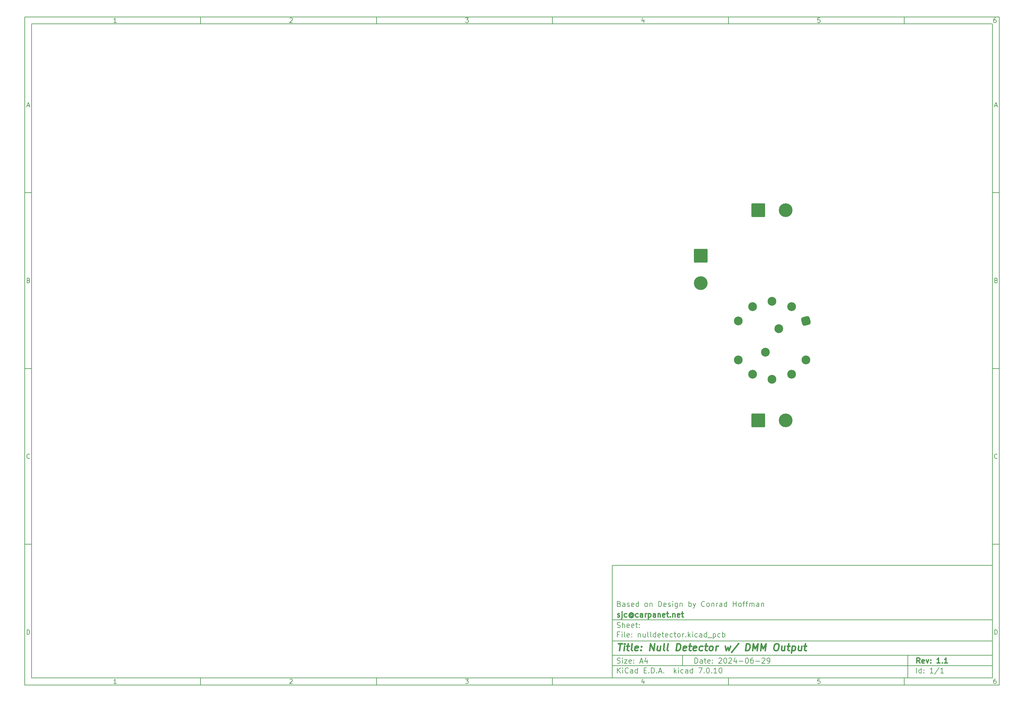
<source format=gbr>
%TF.GenerationSoftware,KiCad,Pcbnew,7.0.10*%
%TF.CreationDate,2024-07-02T22:36:04-04:00*%
%TF.ProjectId,nulldetector,6e756c6c-6465-4746-9563-746f722e6b69,1.1*%
%TF.SameCoordinates,Original*%
%TF.FileFunction,Soldermask,Bot*%
%TF.FilePolarity,Negative*%
%FSLAX46Y46*%
G04 Gerber Fmt 4.6, Leading zero omitted, Abs format (unit mm)*
G04 Created by KiCad (PCBNEW 7.0.10) date 2024-07-02 22:36:04*
%MOMM*%
%LPD*%
G01*
G04 APERTURE LIST*
G04 Aperture macros list*
%AMRoundRect*
0 Rectangle with rounded corners*
0 $1 Rounding radius*
0 $2 $3 $4 $5 $6 $7 $8 $9 X,Y pos of 4 corners*
0 Add a 4 corners polygon primitive as box body*
4,1,4,$2,$3,$4,$5,$6,$7,$8,$9,$2,$3,0*
0 Add four circle primitives for the rounded corners*
1,1,$1+$1,$2,$3*
1,1,$1+$1,$4,$5*
1,1,$1+$1,$6,$7*
1,1,$1+$1,$8,$9*
0 Add four rect primitives between the rounded corners*
20,1,$1+$1,$2,$3,$4,$5,0*
20,1,$1+$1,$4,$5,$6,$7,0*
20,1,$1+$1,$6,$7,$8,$9,0*
20,1,$1+$1,$8,$9,$2,$3,0*%
G04 Aperture macros list end*
%ADD10C,0.100000*%
%ADD11C,0.150000*%
%ADD12C,0.300000*%
%ADD13C,0.400000*%
%ADD14RoundRect,0.250002X-1.699998X-1.699998X1.699998X-1.699998X1.699998X1.699998X-1.699998X1.699998X0*%
%ADD15C,3.900000*%
%ADD16RoundRect,0.250002X-1.699998X1.699998X-1.699998X-1.699998X1.699998X-1.699998X1.699998X1.699998X0*%
%ADD17RoundRect,0.625000X0.441942X0.765466X-0.765466X0.441942X-0.441942X-0.765466X0.765466X-0.441942X0*%
%ADD18C,2.500000*%
G04 APERTURE END LIST*
D10*
D11*
X177002200Y-166007200D02*
X285002200Y-166007200D01*
X285002200Y-198007200D01*
X177002200Y-198007200D01*
X177002200Y-166007200D01*
D10*
D11*
X10000000Y-10000000D02*
X287002200Y-10000000D01*
X287002200Y-200007200D01*
X10000000Y-200007200D01*
X10000000Y-10000000D01*
D10*
D11*
X12000000Y-12000000D02*
X285002200Y-12000000D01*
X285002200Y-198007200D01*
X12000000Y-198007200D01*
X12000000Y-12000000D01*
D10*
D11*
X60000000Y-12000000D02*
X60000000Y-10000000D01*
D10*
D11*
X110000000Y-12000000D02*
X110000000Y-10000000D01*
D10*
D11*
X160000000Y-12000000D02*
X160000000Y-10000000D01*
D10*
D11*
X210000000Y-12000000D02*
X210000000Y-10000000D01*
D10*
D11*
X260000000Y-12000000D02*
X260000000Y-10000000D01*
D10*
D11*
X36089160Y-11593604D02*
X35346303Y-11593604D01*
X35717731Y-11593604D02*
X35717731Y-10293604D01*
X35717731Y-10293604D02*
X35593922Y-10479319D01*
X35593922Y-10479319D02*
X35470112Y-10603128D01*
X35470112Y-10603128D02*
X35346303Y-10665033D01*
D10*
D11*
X85346303Y-10417414D02*
X85408207Y-10355509D01*
X85408207Y-10355509D02*
X85532017Y-10293604D01*
X85532017Y-10293604D02*
X85841541Y-10293604D01*
X85841541Y-10293604D02*
X85965350Y-10355509D01*
X85965350Y-10355509D02*
X86027255Y-10417414D01*
X86027255Y-10417414D02*
X86089160Y-10541223D01*
X86089160Y-10541223D02*
X86089160Y-10665033D01*
X86089160Y-10665033D02*
X86027255Y-10850747D01*
X86027255Y-10850747D02*
X85284398Y-11593604D01*
X85284398Y-11593604D02*
X86089160Y-11593604D01*
D10*
D11*
X135284398Y-10293604D02*
X136089160Y-10293604D01*
X136089160Y-10293604D02*
X135655826Y-10788842D01*
X135655826Y-10788842D02*
X135841541Y-10788842D01*
X135841541Y-10788842D02*
X135965350Y-10850747D01*
X135965350Y-10850747D02*
X136027255Y-10912652D01*
X136027255Y-10912652D02*
X136089160Y-11036461D01*
X136089160Y-11036461D02*
X136089160Y-11345985D01*
X136089160Y-11345985D02*
X136027255Y-11469795D01*
X136027255Y-11469795D02*
X135965350Y-11531700D01*
X135965350Y-11531700D02*
X135841541Y-11593604D01*
X135841541Y-11593604D02*
X135470112Y-11593604D01*
X135470112Y-11593604D02*
X135346303Y-11531700D01*
X135346303Y-11531700D02*
X135284398Y-11469795D01*
D10*
D11*
X185965350Y-10726938D02*
X185965350Y-11593604D01*
X185655826Y-10231700D02*
X185346303Y-11160271D01*
X185346303Y-11160271D02*
X186151064Y-11160271D01*
D10*
D11*
X236027255Y-10293604D02*
X235408207Y-10293604D01*
X235408207Y-10293604D02*
X235346303Y-10912652D01*
X235346303Y-10912652D02*
X235408207Y-10850747D01*
X235408207Y-10850747D02*
X235532017Y-10788842D01*
X235532017Y-10788842D02*
X235841541Y-10788842D01*
X235841541Y-10788842D02*
X235965350Y-10850747D01*
X235965350Y-10850747D02*
X236027255Y-10912652D01*
X236027255Y-10912652D02*
X236089160Y-11036461D01*
X236089160Y-11036461D02*
X236089160Y-11345985D01*
X236089160Y-11345985D02*
X236027255Y-11469795D01*
X236027255Y-11469795D02*
X235965350Y-11531700D01*
X235965350Y-11531700D02*
X235841541Y-11593604D01*
X235841541Y-11593604D02*
X235532017Y-11593604D01*
X235532017Y-11593604D02*
X235408207Y-11531700D01*
X235408207Y-11531700D02*
X235346303Y-11469795D01*
D10*
D11*
X285965350Y-10293604D02*
X285717731Y-10293604D01*
X285717731Y-10293604D02*
X285593922Y-10355509D01*
X285593922Y-10355509D02*
X285532017Y-10417414D01*
X285532017Y-10417414D02*
X285408207Y-10603128D01*
X285408207Y-10603128D02*
X285346303Y-10850747D01*
X285346303Y-10850747D02*
X285346303Y-11345985D01*
X285346303Y-11345985D02*
X285408207Y-11469795D01*
X285408207Y-11469795D02*
X285470112Y-11531700D01*
X285470112Y-11531700D02*
X285593922Y-11593604D01*
X285593922Y-11593604D02*
X285841541Y-11593604D01*
X285841541Y-11593604D02*
X285965350Y-11531700D01*
X285965350Y-11531700D02*
X286027255Y-11469795D01*
X286027255Y-11469795D02*
X286089160Y-11345985D01*
X286089160Y-11345985D02*
X286089160Y-11036461D01*
X286089160Y-11036461D02*
X286027255Y-10912652D01*
X286027255Y-10912652D02*
X285965350Y-10850747D01*
X285965350Y-10850747D02*
X285841541Y-10788842D01*
X285841541Y-10788842D02*
X285593922Y-10788842D01*
X285593922Y-10788842D02*
X285470112Y-10850747D01*
X285470112Y-10850747D02*
X285408207Y-10912652D01*
X285408207Y-10912652D02*
X285346303Y-11036461D01*
D10*
D11*
X60000000Y-198007200D02*
X60000000Y-200007200D01*
D10*
D11*
X110000000Y-198007200D02*
X110000000Y-200007200D01*
D10*
D11*
X160000000Y-198007200D02*
X160000000Y-200007200D01*
D10*
D11*
X210000000Y-198007200D02*
X210000000Y-200007200D01*
D10*
D11*
X260000000Y-198007200D02*
X260000000Y-200007200D01*
D10*
D11*
X36089160Y-199600804D02*
X35346303Y-199600804D01*
X35717731Y-199600804D02*
X35717731Y-198300804D01*
X35717731Y-198300804D02*
X35593922Y-198486519D01*
X35593922Y-198486519D02*
X35470112Y-198610328D01*
X35470112Y-198610328D02*
X35346303Y-198672233D01*
D10*
D11*
X85346303Y-198424614D02*
X85408207Y-198362709D01*
X85408207Y-198362709D02*
X85532017Y-198300804D01*
X85532017Y-198300804D02*
X85841541Y-198300804D01*
X85841541Y-198300804D02*
X85965350Y-198362709D01*
X85965350Y-198362709D02*
X86027255Y-198424614D01*
X86027255Y-198424614D02*
X86089160Y-198548423D01*
X86089160Y-198548423D02*
X86089160Y-198672233D01*
X86089160Y-198672233D02*
X86027255Y-198857947D01*
X86027255Y-198857947D02*
X85284398Y-199600804D01*
X85284398Y-199600804D02*
X86089160Y-199600804D01*
D10*
D11*
X135284398Y-198300804D02*
X136089160Y-198300804D01*
X136089160Y-198300804D02*
X135655826Y-198796042D01*
X135655826Y-198796042D02*
X135841541Y-198796042D01*
X135841541Y-198796042D02*
X135965350Y-198857947D01*
X135965350Y-198857947D02*
X136027255Y-198919852D01*
X136027255Y-198919852D02*
X136089160Y-199043661D01*
X136089160Y-199043661D02*
X136089160Y-199353185D01*
X136089160Y-199353185D02*
X136027255Y-199476995D01*
X136027255Y-199476995D02*
X135965350Y-199538900D01*
X135965350Y-199538900D02*
X135841541Y-199600804D01*
X135841541Y-199600804D02*
X135470112Y-199600804D01*
X135470112Y-199600804D02*
X135346303Y-199538900D01*
X135346303Y-199538900D02*
X135284398Y-199476995D01*
D10*
D11*
X185965350Y-198734138D02*
X185965350Y-199600804D01*
X185655826Y-198238900D02*
X185346303Y-199167471D01*
X185346303Y-199167471D02*
X186151064Y-199167471D01*
D10*
D11*
X236027255Y-198300804D02*
X235408207Y-198300804D01*
X235408207Y-198300804D02*
X235346303Y-198919852D01*
X235346303Y-198919852D02*
X235408207Y-198857947D01*
X235408207Y-198857947D02*
X235532017Y-198796042D01*
X235532017Y-198796042D02*
X235841541Y-198796042D01*
X235841541Y-198796042D02*
X235965350Y-198857947D01*
X235965350Y-198857947D02*
X236027255Y-198919852D01*
X236027255Y-198919852D02*
X236089160Y-199043661D01*
X236089160Y-199043661D02*
X236089160Y-199353185D01*
X236089160Y-199353185D02*
X236027255Y-199476995D01*
X236027255Y-199476995D02*
X235965350Y-199538900D01*
X235965350Y-199538900D02*
X235841541Y-199600804D01*
X235841541Y-199600804D02*
X235532017Y-199600804D01*
X235532017Y-199600804D02*
X235408207Y-199538900D01*
X235408207Y-199538900D02*
X235346303Y-199476995D01*
D10*
D11*
X285965350Y-198300804D02*
X285717731Y-198300804D01*
X285717731Y-198300804D02*
X285593922Y-198362709D01*
X285593922Y-198362709D02*
X285532017Y-198424614D01*
X285532017Y-198424614D02*
X285408207Y-198610328D01*
X285408207Y-198610328D02*
X285346303Y-198857947D01*
X285346303Y-198857947D02*
X285346303Y-199353185D01*
X285346303Y-199353185D02*
X285408207Y-199476995D01*
X285408207Y-199476995D02*
X285470112Y-199538900D01*
X285470112Y-199538900D02*
X285593922Y-199600804D01*
X285593922Y-199600804D02*
X285841541Y-199600804D01*
X285841541Y-199600804D02*
X285965350Y-199538900D01*
X285965350Y-199538900D02*
X286027255Y-199476995D01*
X286027255Y-199476995D02*
X286089160Y-199353185D01*
X286089160Y-199353185D02*
X286089160Y-199043661D01*
X286089160Y-199043661D02*
X286027255Y-198919852D01*
X286027255Y-198919852D02*
X285965350Y-198857947D01*
X285965350Y-198857947D02*
X285841541Y-198796042D01*
X285841541Y-198796042D02*
X285593922Y-198796042D01*
X285593922Y-198796042D02*
X285470112Y-198857947D01*
X285470112Y-198857947D02*
X285408207Y-198919852D01*
X285408207Y-198919852D02*
X285346303Y-199043661D01*
D10*
D11*
X10000000Y-60000000D02*
X12000000Y-60000000D01*
D10*
D11*
X10000000Y-110000000D02*
X12000000Y-110000000D01*
D10*
D11*
X10000000Y-160000000D02*
X12000000Y-160000000D01*
D10*
D11*
X10690476Y-35222176D02*
X11309523Y-35222176D01*
X10566666Y-35593604D02*
X10999999Y-34293604D01*
X10999999Y-34293604D02*
X11433333Y-35593604D01*
D10*
D11*
X11092857Y-84912652D02*
X11278571Y-84974557D01*
X11278571Y-84974557D02*
X11340476Y-85036461D01*
X11340476Y-85036461D02*
X11402380Y-85160271D01*
X11402380Y-85160271D02*
X11402380Y-85345985D01*
X11402380Y-85345985D02*
X11340476Y-85469795D01*
X11340476Y-85469795D02*
X11278571Y-85531700D01*
X11278571Y-85531700D02*
X11154761Y-85593604D01*
X11154761Y-85593604D02*
X10659523Y-85593604D01*
X10659523Y-85593604D02*
X10659523Y-84293604D01*
X10659523Y-84293604D02*
X11092857Y-84293604D01*
X11092857Y-84293604D02*
X11216666Y-84355509D01*
X11216666Y-84355509D02*
X11278571Y-84417414D01*
X11278571Y-84417414D02*
X11340476Y-84541223D01*
X11340476Y-84541223D02*
X11340476Y-84665033D01*
X11340476Y-84665033D02*
X11278571Y-84788842D01*
X11278571Y-84788842D02*
X11216666Y-84850747D01*
X11216666Y-84850747D02*
X11092857Y-84912652D01*
X11092857Y-84912652D02*
X10659523Y-84912652D01*
D10*
D11*
X11402380Y-135469795D02*
X11340476Y-135531700D01*
X11340476Y-135531700D02*
X11154761Y-135593604D01*
X11154761Y-135593604D02*
X11030952Y-135593604D01*
X11030952Y-135593604D02*
X10845238Y-135531700D01*
X10845238Y-135531700D02*
X10721428Y-135407890D01*
X10721428Y-135407890D02*
X10659523Y-135284080D01*
X10659523Y-135284080D02*
X10597619Y-135036461D01*
X10597619Y-135036461D02*
X10597619Y-134850747D01*
X10597619Y-134850747D02*
X10659523Y-134603128D01*
X10659523Y-134603128D02*
X10721428Y-134479319D01*
X10721428Y-134479319D02*
X10845238Y-134355509D01*
X10845238Y-134355509D02*
X11030952Y-134293604D01*
X11030952Y-134293604D02*
X11154761Y-134293604D01*
X11154761Y-134293604D02*
X11340476Y-134355509D01*
X11340476Y-134355509D02*
X11402380Y-134417414D01*
D10*
D11*
X10659523Y-185593604D02*
X10659523Y-184293604D01*
X10659523Y-184293604D02*
X10969047Y-184293604D01*
X10969047Y-184293604D02*
X11154761Y-184355509D01*
X11154761Y-184355509D02*
X11278571Y-184479319D01*
X11278571Y-184479319D02*
X11340476Y-184603128D01*
X11340476Y-184603128D02*
X11402380Y-184850747D01*
X11402380Y-184850747D02*
X11402380Y-185036461D01*
X11402380Y-185036461D02*
X11340476Y-185284080D01*
X11340476Y-185284080D02*
X11278571Y-185407890D01*
X11278571Y-185407890D02*
X11154761Y-185531700D01*
X11154761Y-185531700D02*
X10969047Y-185593604D01*
X10969047Y-185593604D02*
X10659523Y-185593604D01*
D10*
D11*
X287002200Y-60000000D02*
X285002200Y-60000000D01*
D10*
D11*
X287002200Y-110000000D02*
X285002200Y-110000000D01*
D10*
D11*
X287002200Y-160000000D02*
X285002200Y-160000000D01*
D10*
D11*
X285692676Y-35222176D02*
X286311723Y-35222176D01*
X285568866Y-35593604D02*
X286002199Y-34293604D01*
X286002199Y-34293604D02*
X286435533Y-35593604D01*
D10*
D11*
X286095057Y-84912652D02*
X286280771Y-84974557D01*
X286280771Y-84974557D02*
X286342676Y-85036461D01*
X286342676Y-85036461D02*
X286404580Y-85160271D01*
X286404580Y-85160271D02*
X286404580Y-85345985D01*
X286404580Y-85345985D02*
X286342676Y-85469795D01*
X286342676Y-85469795D02*
X286280771Y-85531700D01*
X286280771Y-85531700D02*
X286156961Y-85593604D01*
X286156961Y-85593604D02*
X285661723Y-85593604D01*
X285661723Y-85593604D02*
X285661723Y-84293604D01*
X285661723Y-84293604D02*
X286095057Y-84293604D01*
X286095057Y-84293604D02*
X286218866Y-84355509D01*
X286218866Y-84355509D02*
X286280771Y-84417414D01*
X286280771Y-84417414D02*
X286342676Y-84541223D01*
X286342676Y-84541223D02*
X286342676Y-84665033D01*
X286342676Y-84665033D02*
X286280771Y-84788842D01*
X286280771Y-84788842D02*
X286218866Y-84850747D01*
X286218866Y-84850747D02*
X286095057Y-84912652D01*
X286095057Y-84912652D02*
X285661723Y-84912652D01*
D10*
D11*
X286404580Y-135469795D02*
X286342676Y-135531700D01*
X286342676Y-135531700D02*
X286156961Y-135593604D01*
X286156961Y-135593604D02*
X286033152Y-135593604D01*
X286033152Y-135593604D02*
X285847438Y-135531700D01*
X285847438Y-135531700D02*
X285723628Y-135407890D01*
X285723628Y-135407890D02*
X285661723Y-135284080D01*
X285661723Y-135284080D02*
X285599819Y-135036461D01*
X285599819Y-135036461D02*
X285599819Y-134850747D01*
X285599819Y-134850747D02*
X285661723Y-134603128D01*
X285661723Y-134603128D02*
X285723628Y-134479319D01*
X285723628Y-134479319D02*
X285847438Y-134355509D01*
X285847438Y-134355509D02*
X286033152Y-134293604D01*
X286033152Y-134293604D02*
X286156961Y-134293604D01*
X286156961Y-134293604D02*
X286342676Y-134355509D01*
X286342676Y-134355509D02*
X286404580Y-134417414D01*
D10*
D11*
X285661723Y-185593604D02*
X285661723Y-184293604D01*
X285661723Y-184293604D02*
X285971247Y-184293604D01*
X285971247Y-184293604D02*
X286156961Y-184355509D01*
X286156961Y-184355509D02*
X286280771Y-184479319D01*
X286280771Y-184479319D02*
X286342676Y-184603128D01*
X286342676Y-184603128D02*
X286404580Y-184850747D01*
X286404580Y-184850747D02*
X286404580Y-185036461D01*
X286404580Y-185036461D02*
X286342676Y-185284080D01*
X286342676Y-185284080D02*
X286280771Y-185407890D01*
X286280771Y-185407890D02*
X286156961Y-185531700D01*
X286156961Y-185531700D02*
X285971247Y-185593604D01*
X285971247Y-185593604D02*
X285661723Y-185593604D01*
D10*
D11*
X200458026Y-193793328D02*
X200458026Y-192293328D01*
X200458026Y-192293328D02*
X200815169Y-192293328D01*
X200815169Y-192293328D02*
X201029455Y-192364757D01*
X201029455Y-192364757D02*
X201172312Y-192507614D01*
X201172312Y-192507614D02*
X201243741Y-192650471D01*
X201243741Y-192650471D02*
X201315169Y-192936185D01*
X201315169Y-192936185D02*
X201315169Y-193150471D01*
X201315169Y-193150471D02*
X201243741Y-193436185D01*
X201243741Y-193436185D02*
X201172312Y-193579042D01*
X201172312Y-193579042D02*
X201029455Y-193721900D01*
X201029455Y-193721900D02*
X200815169Y-193793328D01*
X200815169Y-193793328D02*
X200458026Y-193793328D01*
X202600884Y-193793328D02*
X202600884Y-193007614D01*
X202600884Y-193007614D02*
X202529455Y-192864757D01*
X202529455Y-192864757D02*
X202386598Y-192793328D01*
X202386598Y-192793328D02*
X202100884Y-192793328D01*
X202100884Y-192793328D02*
X201958026Y-192864757D01*
X202600884Y-193721900D02*
X202458026Y-193793328D01*
X202458026Y-193793328D02*
X202100884Y-193793328D01*
X202100884Y-193793328D02*
X201958026Y-193721900D01*
X201958026Y-193721900D02*
X201886598Y-193579042D01*
X201886598Y-193579042D02*
X201886598Y-193436185D01*
X201886598Y-193436185D02*
X201958026Y-193293328D01*
X201958026Y-193293328D02*
X202100884Y-193221900D01*
X202100884Y-193221900D02*
X202458026Y-193221900D01*
X202458026Y-193221900D02*
X202600884Y-193150471D01*
X203100884Y-192793328D02*
X203672312Y-192793328D01*
X203315169Y-192293328D02*
X203315169Y-193579042D01*
X203315169Y-193579042D02*
X203386598Y-193721900D01*
X203386598Y-193721900D02*
X203529455Y-193793328D01*
X203529455Y-193793328D02*
X203672312Y-193793328D01*
X204743741Y-193721900D02*
X204600884Y-193793328D01*
X204600884Y-193793328D02*
X204315170Y-193793328D01*
X204315170Y-193793328D02*
X204172312Y-193721900D01*
X204172312Y-193721900D02*
X204100884Y-193579042D01*
X204100884Y-193579042D02*
X204100884Y-193007614D01*
X204100884Y-193007614D02*
X204172312Y-192864757D01*
X204172312Y-192864757D02*
X204315170Y-192793328D01*
X204315170Y-192793328D02*
X204600884Y-192793328D01*
X204600884Y-192793328D02*
X204743741Y-192864757D01*
X204743741Y-192864757D02*
X204815170Y-193007614D01*
X204815170Y-193007614D02*
X204815170Y-193150471D01*
X204815170Y-193150471D02*
X204100884Y-193293328D01*
X205458026Y-193650471D02*
X205529455Y-193721900D01*
X205529455Y-193721900D02*
X205458026Y-193793328D01*
X205458026Y-193793328D02*
X205386598Y-193721900D01*
X205386598Y-193721900D02*
X205458026Y-193650471D01*
X205458026Y-193650471D02*
X205458026Y-193793328D01*
X205458026Y-192864757D02*
X205529455Y-192936185D01*
X205529455Y-192936185D02*
X205458026Y-193007614D01*
X205458026Y-193007614D02*
X205386598Y-192936185D01*
X205386598Y-192936185D02*
X205458026Y-192864757D01*
X205458026Y-192864757D02*
X205458026Y-193007614D01*
X207243741Y-192436185D02*
X207315169Y-192364757D01*
X207315169Y-192364757D02*
X207458027Y-192293328D01*
X207458027Y-192293328D02*
X207815169Y-192293328D01*
X207815169Y-192293328D02*
X207958027Y-192364757D01*
X207958027Y-192364757D02*
X208029455Y-192436185D01*
X208029455Y-192436185D02*
X208100884Y-192579042D01*
X208100884Y-192579042D02*
X208100884Y-192721900D01*
X208100884Y-192721900D02*
X208029455Y-192936185D01*
X208029455Y-192936185D02*
X207172312Y-193793328D01*
X207172312Y-193793328D02*
X208100884Y-193793328D01*
X209029455Y-192293328D02*
X209172312Y-192293328D01*
X209172312Y-192293328D02*
X209315169Y-192364757D01*
X209315169Y-192364757D02*
X209386598Y-192436185D01*
X209386598Y-192436185D02*
X209458026Y-192579042D01*
X209458026Y-192579042D02*
X209529455Y-192864757D01*
X209529455Y-192864757D02*
X209529455Y-193221900D01*
X209529455Y-193221900D02*
X209458026Y-193507614D01*
X209458026Y-193507614D02*
X209386598Y-193650471D01*
X209386598Y-193650471D02*
X209315169Y-193721900D01*
X209315169Y-193721900D02*
X209172312Y-193793328D01*
X209172312Y-193793328D02*
X209029455Y-193793328D01*
X209029455Y-193793328D02*
X208886598Y-193721900D01*
X208886598Y-193721900D02*
X208815169Y-193650471D01*
X208815169Y-193650471D02*
X208743740Y-193507614D01*
X208743740Y-193507614D02*
X208672312Y-193221900D01*
X208672312Y-193221900D02*
X208672312Y-192864757D01*
X208672312Y-192864757D02*
X208743740Y-192579042D01*
X208743740Y-192579042D02*
X208815169Y-192436185D01*
X208815169Y-192436185D02*
X208886598Y-192364757D01*
X208886598Y-192364757D02*
X209029455Y-192293328D01*
X210100883Y-192436185D02*
X210172311Y-192364757D01*
X210172311Y-192364757D02*
X210315169Y-192293328D01*
X210315169Y-192293328D02*
X210672311Y-192293328D01*
X210672311Y-192293328D02*
X210815169Y-192364757D01*
X210815169Y-192364757D02*
X210886597Y-192436185D01*
X210886597Y-192436185D02*
X210958026Y-192579042D01*
X210958026Y-192579042D02*
X210958026Y-192721900D01*
X210958026Y-192721900D02*
X210886597Y-192936185D01*
X210886597Y-192936185D02*
X210029454Y-193793328D01*
X210029454Y-193793328D02*
X210958026Y-193793328D01*
X212243740Y-192793328D02*
X212243740Y-193793328D01*
X211886597Y-192221900D02*
X211529454Y-193293328D01*
X211529454Y-193293328D02*
X212458025Y-193293328D01*
X213029453Y-193221900D02*
X214172311Y-193221900D01*
X215172311Y-192293328D02*
X215315168Y-192293328D01*
X215315168Y-192293328D02*
X215458025Y-192364757D01*
X215458025Y-192364757D02*
X215529454Y-192436185D01*
X215529454Y-192436185D02*
X215600882Y-192579042D01*
X215600882Y-192579042D02*
X215672311Y-192864757D01*
X215672311Y-192864757D02*
X215672311Y-193221900D01*
X215672311Y-193221900D02*
X215600882Y-193507614D01*
X215600882Y-193507614D02*
X215529454Y-193650471D01*
X215529454Y-193650471D02*
X215458025Y-193721900D01*
X215458025Y-193721900D02*
X215315168Y-193793328D01*
X215315168Y-193793328D02*
X215172311Y-193793328D01*
X215172311Y-193793328D02*
X215029454Y-193721900D01*
X215029454Y-193721900D02*
X214958025Y-193650471D01*
X214958025Y-193650471D02*
X214886596Y-193507614D01*
X214886596Y-193507614D02*
X214815168Y-193221900D01*
X214815168Y-193221900D02*
X214815168Y-192864757D01*
X214815168Y-192864757D02*
X214886596Y-192579042D01*
X214886596Y-192579042D02*
X214958025Y-192436185D01*
X214958025Y-192436185D02*
X215029454Y-192364757D01*
X215029454Y-192364757D02*
X215172311Y-192293328D01*
X216958025Y-192293328D02*
X216672310Y-192293328D01*
X216672310Y-192293328D02*
X216529453Y-192364757D01*
X216529453Y-192364757D02*
X216458025Y-192436185D01*
X216458025Y-192436185D02*
X216315167Y-192650471D01*
X216315167Y-192650471D02*
X216243739Y-192936185D01*
X216243739Y-192936185D02*
X216243739Y-193507614D01*
X216243739Y-193507614D02*
X216315167Y-193650471D01*
X216315167Y-193650471D02*
X216386596Y-193721900D01*
X216386596Y-193721900D02*
X216529453Y-193793328D01*
X216529453Y-193793328D02*
X216815167Y-193793328D01*
X216815167Y-193793328D02*
X216958025Y-193721900D01*
X216958025Y-193721900D02*
X217029453Y-193650471D01*
X217029453Y-193650471D02*
X217100882Y-193507614D01*
X217100882Y-193507614D02*
X217100882Y-193150471D01*
X217100882Y-193150471D02*
X217029453Y-193007614D01*
X217029453Y-193007614D02*
X216958025Y-192936185D01*
X216958025Y-192936185D02*
X216815167Y-192864757D01*
X216815167Y-192864757D02*
X216529453Y-192864757D01*
X216529453Y-192864757D02*
X216386596Y-192936185D01*
X216386596Y-192936185D02*
X216315167Y-193007614D01*
X216315167Y-193007614D02*
X216243739Y-193150471D01*
X217743738Y-193221900D02*
X218886596Y-193221900D01*
X219529453Y-192436185D02*
X219600881Y-192364757D01*
X219600881Y-192364757D02*
X219743739Y-192293328D01*
X219743739Y-192293328D02*
X220100881Y-192293328D01*
X220100881Y-192293328D02*
X220243739Y-192364757D01*
X220243739Y-192364757D02*
X220315167Y-192436185D01*
X220315167Y-192436185D02*
X220386596Y-192579042D01*
X220386596Y-192579042D02*
X220386596Y-192721900D01*
X220386596Y-192721900D02*
X220315167Y-192936185D01*
X220315167Y-192936185D02*
X219458024Y-193793328D01*
X219458024Y-193793328D02*
X220386596Y-193793328D01*
X221100881Y-193793328D02*
X221386595Y-193793328D01*
X221386595Y-193793328D02*
X221529452Y-193721900D01*
X221529452Y-193721900D02*
X221600881Y-193650471D01*
X221600881Y-193650471D02*
X221743738Y-193436185D01*
X221743738Y-193436185D02*
X221815167Y-193150471D01*
X221815167Y-193150471D02*
X221815167Y-192579042D01*
X221815167Y-192579042D02*
X221743738Y-192436185D01*
X221743738Y-192436185D02*
X221672310Y-192364757D01*
X221672310Y-192364757D02*
X221529452Y-192293328D01*
X221529452Y-192293328D02*
X221243738Y-192293328D01*
X221243738Y-192293328D02*
X221100881Y-192364757D01*
X221100881Y-192364757D02*
X221029452Y-192436185D01*
X221029452Y-192436185D02*
X220958024Y-192579042D01*
X220958024Y-192579042D02*
X220958024Y-192936185D01*
X220958024Y-192936185D02*
X221029452Y-193079042D01*
X221029452Y-193079042D02*
X221100881Y-193150471D01*
X221100881Y-193150471D02*
X221243738Y-193221900D01*
X221243738Y-193221900D02*
X221529452Y-193221900D01*
X221529452Y-193221900D02*
X221672310Y-193150471D01*
X221672310Y-193150471D02*
X221743738Y-193079042D01*
X221743738Y-193079042D02*
X221815167Y-192936185D01*
D10*
D11*
X177002200Y-194507200D02*
X285002200Y-194507200D01*
D10*
D11*
X178458026Y-196593328D02*
X178458026Y-195093328D01*
X179315169Y-196593328D02*
X178672312Y-195736185D01*
X179315169Y-195093328D02*
X178458026Y-195950471D01*
X179958026Y-196593328D02*
X179958026Y-195593328D01*
X179958026Y-195093328D02*
X179886598Y-195164757D01*
X179886598Y-195164757D02*
X179958026Y-195236185D01*
X179958026Y-195236185D02*
X180029455Y-195164757D01*
X180029455Y-195164757D02*
X179958026Y-195093328D01*
X179958026Y-195093328D02*
X179958026Y-195236185D01*
X181529455Y-196450471D02*
X181458027Y-196521900D01*
X181458027Y-196521900D02*
X181243741Y-196593328D01*
X181243741Y-196593328D02*
X181100884Y-196593328D01*
X181100884Y-196593328D02*
X180886598Y-196521900D01*
X180886598Y-196521900D02*
X180743741Y-196379042D01*
X180743741Y-196379042D02*
X180672312Y-196236185D01*
X180672312Y-196236185D02*
X180600884Y-195950471D01*
X180600884Y-195950471D02*
X180600884Y-195736185D01*
X180600884Y-195736185D02*
X180672312Y-195450471D01*
X180672312Y-195450471D02*
X180743741Y-195307614D01*
X180743741Y-195307614D02*
X180886598Y-195164757D01*
X180886598Y-195164757D02*
X181100884Y-195093328D01*
X181100884Y-195093328D02*
X181243741Y-195093328D01*
X181243741Y-195093328D02*
X181458027Y-195164757D01*
X181458027Y-195164757D02*
X181529455Y-195236185D01*
X182815170Y-196593328D02*
X182815170Y-195807614D01*
X182815170Y-195807614D02*
X182743741Y-195664757D01*
X182743741Y-195664757D02*
X182600884Y-195593328D01*
X182600884Y-195593328D02*
X182315170Y-195593328D01*
X182315170Y-195593328D02*
X182172312Y-195664757D01*
X182815170Y-196521900D02*
X182672312Y-196593328D01*
X182672312Y-196593328D02*
X182315170Y-196593328D01*
X182315170Y-196593328D02*
X182172312Y-196521900D01*
X182172312Y-196521900D02*
X182100884Y-196379042D01*
X182100884Y-196379042D02*
X182100884Y-196236185D01*
X182100884Y-196236185D02*
X182172312Y-196093328D01*
X182172312Y-196093328D02*
X182315170Y-196021900D01*
X182315170Y-196021900D02*
X182672312Y-196021900D01*
X182672312Y-196021900D02*
X182815170Y-195950471D01*
X184172313Y-196593328D02*
X184172313Y-195093328D01*
X184172313Y-196521900D02*
X184029455Y-196593328D01*
X184029455Y-196593328D02*
X183743741Y-196593328D01*
X183743741Y-196593328D02*
X183600884Y-196521900D01*
X183600884Y-196521900D02*
X183529455Y-196450471D01*
X183529455Y-196450471D02*
X183458027Y-196307614D01*
X183458027Y-196307614D02*
X183458027Y-195879042D01*
X183458027Y-195879042D02*
X183529455Y-195736185D01*
X183529455Y-195736185D02*
X183600884Y-195664757D01*
X183600884Y-195664757D02*
X183743741Y-195593328D01*
X183743741Y-195593328D02*
X184029455Y-195593328D01*
X184029455Y-195593328D02*
X184172313Y-195664757D01*
X186029455Y-195807614D02*
X186529455Y-195807614D01*
X186743741Y-196593328D02*
X186029455Y-196593328D01*
X186029455Y-196593328D02*
X186029455Y-195093328D01*
X186029455Y-195093328D02*
X186743741Y-195093328D01*
X187386598Y-196450471D02*
X187458027Y-196521900D01*
X187458027Y-196521900D02*
X187386598Y-196593328D01*
X187386598Y-196593328D02*
X187315170Y-196521900D01*
X187315170Y-196521900D02*
X187386598Y-196450471D01*
X187386598Y-196450471D02*
X187386598Y-196593328D01*
X188100884Y-196593328D02*
X188100884Y-195093328D01*
X188100884Y-195093328D02*
X188458027Y-195093328D01*
X188458027Y-195093328D02*
X188672313Y-195164757D01*
X188672313Y-195164757D02*
X188815170Y-195307614D01*
X188815170Y-195307614D02*
X188886599Y-195450471D01*
X188886599Y-195450471D02*
X188958027Y-195736185D01*
X188958027Y-195736185D02*
X188958027Y-195950471D01*
X188958027Y-195950471D02*
X188886599Y-196236185D01*
X188886599Y-196236185D02*
X188815170Y-196379042D01*
X188815170Y-196379042D02*
X188672313Y-196521900D01*
X188672313Y-196521900D02*
X188458027Y-196593328D01*
X188458027Y-196593328D02*
X188100884Y-196593328D01*
X189600884Y-196450471D02*
X189672313Y-196521900D01*
X189672313Y-196521900D02*
X189600884Y-196593328D01*
X189600884Y-196593328D02*
X189529456Y-196521900D01*
X189529456Y-196521900D02*
X189600884Y-196450471D01*
X189600884Y-196450471D02*
X189600884Y-196593328D01*
X190243742Y-196164757D02*
X190958028Y-196164757D01*
X190100885Y-196593328D02*
X190600885Y-195093328D01*
X190600885Y-195093328D02*
X191100885Y-196593328D01*
X191600884Y-196450471D02*
X191672313Y-196521900D01*
X191672313Y-196521900D02*
X191600884Y-196593328D01*
X191600884Y-196593328D02*
X191529456Y-196521900D01*
X191529456Y-196521900D02*
X191600884Y-196450471D01*
X191600884Y-196450471D02*
X191600884Y-196593328D01*
X194600884Y-196593328D02*
X194600884Y-195093328D01*
X194743742Y-196021900D02*
X195172313Y-196593328D01*
X195172313Y-195593328D02*
X194600884Y-196164757D01*
X195815170Y-196593328D02*
X195815170Y-195593328D01*
X195815170Y-195093328D02*
X195743742Y-195164757D01*
X195743742Y-195164757D02*
X195815170Y-195236185D01*
X195815170Y-195236185D02*
X195886599Y-195164757D01*
X195886599Y-195164757D02*
X195815170Y-195093328D01*
X195815170Y-195093328D02*
X195815170Y-195236185D01*
X197172314Y-196521900D02*
X197029456Y-196593328D01*
X197029456Y-196593328D02*
X196743742Y-196593328D01*
X196743742Y-196593328D02*
X196600885Y-196521900D01*
X196600885Y-196521900D02*
X196529456Y-196450471D01*
X196529456Y-196450471D02*
X196458028Y-196307614D01*
X196458028Y-196307614D02*
X196458028Y-195879042D01*
X196458028Y-195879042D02*
X196529456Y-195736185D01*
X196529456Y-195736185D02*
X196600885Y-195664757D01*
X196600885Y-195664757D02*
X196743742Y-195593328D01*
X196743742Y-195593328D02*
X197029456Y-195593328D01*
X197029456Y-195593328D02*
X197172314Y-195664757D01*
X198458028Y-196593328D02*
X198458028Y-195807614D01*
X198458028Y-195807614D02*
X198386599Y-195664757D01*
X198386599Y-195664757D02*
X198243742Y-195593328D01*
X198243742Y-195593328D02*
X197958028Y-195593328D01*
X197958028Y-195593328D02*
X197815170Y-195664757D01*
X198458028Y-196521900D02*
X198315170Y-196593328D01*
X198315170Y-196593328D02*
X197958028Y-196593328D01*
X197958028Y-196593328D02*
X197815170Y-196521900D01*
X197815170Y-196521900D02*
X197743742Y-196379042D01*
X197743742Y-196379042D02*
X197743742Y-196236185D01*
X197743742Y-196236185D02*
X197815170Y-196093328D01*
X197815170Y-196093328D02*
X197958028Y-196021900D01*
X197958028Y-196021900D02*
X198315170Y-196021900D01*
X198315170Y-196021900D02*
X198458028Y-195950471D01*
X199815171Y-196593328D02*
X199815171Y-195093328D01*
X199815171Y-196521900D02*
X199672313Y-196593328D01*
X199672313Y-196593328D02*
X199386599Y-196593328D01*
X199386599Y-196593328D02*
X199243742Y-196521900D01*
X199243742Y-196521900D02*
X199172313Y-196450471D01*
X199172313Y-196450471D02*
X199100885Y-196307614D01*
X199100885Y-196307614D02*
X199100885Y-195879042D01*
X199100885Y-195879042D02*
X199172313Y-195736185D01*
X199172313Y-195736185D02*
X199243742Y-195664757D01*
X199243742Y-195664757D02*
X199386599Y-195593328D01*
X199386599Y-195593328D02*
X199672313Y-195593328D01*
X199672313Y-195593328D02*
X199815171Y-195664757D01*
X201529456Y-195093328D02*
X202529456Y-195093328D01*
X202529456Y-195093328D02*
X201886599Y-196593328D01*
X203100884Y-196450471D02*
X203172313Y-196521900D01*
X203172313Y-196521900D02*
X203100884Y-196593328D01*
X203100884Y-196593328D02*
X203029456Y-196521900D01*
X203029456Y-196521900D02*
X203100884Y-196450471D01*
X203100884Y-196450471D02*
X203100884Y-196593328D01*
X204100885Y-195093328D02*
X204243742Y-195093328D01*
X204243742Y-195093328D02*
X204386599Y-195164757D01*
X204386599Y-195164757D02*
X204458028Y-195236185D01*
X204458028Y-195236185D02*
X204529456Y-195379042D01*
X204529456Y-195379042D02*
X204600885Y-195664757D01*
X204600885Y-195664757D02*
X204600885Y-196021900D01*
X204600885Y-196021900D02*
X204529456Y-196307614D01*
X204529456Y-196307614D02*
X204458028Y-196450471D01*
X204458028Y-196450471D02*
X204386599Y-196521900D01*
X204386599Y-196521900D02*
X204243742Y-196593328D01*
X204243742Y-196593328D02*
X204100885Y-196593328D01*
X204100885Y-196593328D02*
X203958028Y-196521900D01*
X203958028Y-196521900D02*
X203886599Y-196450471D01*
X203886599Y-196450471D02*
X203815170Y-196307614D01*
X203815170Y-196307614D02*
X203743742Y-196021900D01*
X203743742Y-196021900D02*
X203743742Y-195664757D01*
X203743742Y-195664757D02*
X203815170Y-195379042D01*
X203815170Y-195379042D02*
X203886599Y-195236185D01*
X203886599Y-195236185D02*
X203958028Y-195164757D01*
X203958028Y-195164757D02*
X204100885Y-195093328D01*
X205243741Y-196450471D02*
X205315170Y-196521900D01*
X205315170Y-196521900D02*
X205243741Y-196593328D01*
X205243741Y-196593328D02*
X205172313Y-196521900D01*
X205172313Y-196521900D02*
X205243741Y-196450471D01*
X205243741Y-196450471D02*
X205243741Y-196593328D01*
X206743742Y-196593328D02*
X205886599Y-196593328D01*
X206315170Y-196593328D02*
X206315170Y-195093328D01*
X206315170Y-195093328D02*
X206172313Y-195307614D01*
X206172313Y-195307614D02*
X206029456Y-195450471D01*
X206029456Y-195450471D02*
X205886599Y-195521900D01*
X207672313Y-195093328D02*
X207815170Y-195093328D01*
X207815170Y-195093328D02*
X207958027Y-195164757D01*
X207958027Y-195164757D02*
X208029456Y-195236185D01*
X208029456Y-195236185D02*
X208100884Y-195379042D01*
X208100884Y-195379042D02*
X208172313Y-195664757D01*
X208172313Y-195664757D02*
X208172313Y-196021900D01*
X208172313Y-196021900D02*
X208100884Y-196307614D01*
X208100884Y-196307614D02*
X208029456Y-196450471D01*
X208029456Y-196450471D02*
X207958027Y-196521900D01*
X207958027Y-196521900D02*
X207815170Y-196593328D01*
X207815170Y-196593328D02*
X207672313Y-196593328D01*
X207672313Y-196593328D02*
X207529456Y-196521900D01*
X207529456Y-196521900D02*
X207458027Y-196450471D01*
X207458027Y-196450471D02*
X207386598Y-196307614D01*
X207386598Y-196307614D02*
X207315170Y-196021900D01*
X207315170Y-196021900D02*
X207315170Y-195664757D01*
X207315170Y-195664757D02*
X207386598Y-195379042D01*
X207386598Y-195379042D02*
X207458027Y-195236185D01*
X207458027Y-195236185D02*
X207529456Y-195164757D01*
X207529456Y-195164757D02*
X207672313Y-195093328D01*
D10*
D11*
X177002200Y-191507200D02*
X285002200Y-191507200D01*
D10*
D12*
X264413853Y-193785528D02*
X263913853Y-193071242D01*
X263556710Y-193785528D02*
X263556710Y-192285528D01*
X263556710Y-192285528D02*
X264128139Y-192285528D01*
X264128139Y-192285528D02*
X264270996Y-192356957D01*
X264270996Y-192356957D02*
X264342425Y-192428385D01*
X264342425Y-192428385D02*
X264413853Y-192571242D01*
X264413853Y-192571242D02*
X264413853Y-192785528D01*
X264413853Y-192785528D02*
X264342425Y-192928385D01*
X264342425Y-192928385D02*
X264270996Y-192999814D01*
X264270996Y-192999814D02*
X264128139Y-193071242D01*
X264128139Y-193071242D02*
X263556710Y-193071242D01*
X265628139Y-193714100D02*
X265485282Y-193785528D01*
X265485282Y-193785528D02*
X265199568Y-193785528D01*
X265199568Y-193785528D02*
X265056710Y-193714100D01*
X265056710Y-193714100D02*
X264985282Y-193571242D01*
X264985282Y-193571242D02*
X264985282Y-192999814D01*
X264985282Y-192999814D02*
X265056710Y-192856957D01*
X265056710Y-192856957D02*
X265199568Y-192785528D01*
X265199568Y-192785528D02*
X265485282Y-192785528D01*
X265485282Y-192785528D02*
X265628139Y-192856957D01*
X265628139Y-192856957D02*
X265699568Y-192999814D01*
X265699568Y-192999814D02*
X265699568Y-193142671D01*
X265699568Y-193142671D02*
X264985282Y-193285528D01*
X266199567Y-192785528D02*
X266556710Y-193785528D01*
X266556710Y-193785528D02*
X266913853Y-192785528D01*
X267485281Y-193642671D02*
X267556710Y-193714100D01*
X267556710Y-193714100D02*
X267485281Y-193785528D01*
X267485281Y-193785528D02*
X267413853Y-193714100D01*
X267413853Y-193714100D02*
X267485281Y-193642671D01*
X267485281Y-193642671D02*
X267485281Y-193785528D01*
X267485281Y-192856957D02*
X267556710Y-192928385D01*
X267556710Y-192928385D02*
X267485281Y-192999814D01*
X267485281Y-192999814D02*
X267413853Y-192928385D01*
X267413853Y-192928385D02*
X267485281Y-192856957D01*
X267485281Y-192856957D02*
X267485281Y-192999814D01*
X270128139Y-193785528D02*
X269270996Y-193785528D01*
X269699567Y-193785528D02*
X269699567Y-192285528D01*
X269699567Y-192285528D02*
X269556710Y-192499814D01*
X269556710Y-192499814D02*
X269413853Y-192642671D01*
X269413853Y-192642671D02*
X269270996Y-192714100D01*
X270770995Y-193642671D02*
X270842424Y-193714100D01*
X270842424Y-193714100D02*
X270770995Y-193785528D01*
X270770995Y-193785528D02*
X270699567Y-193714100D01*
X270699567Y-193714100D02*
X270770995Y-193642671D01*
X270770995Y-193642671D02*
X270770995Y-193785528D01*
X272270996Y-193785528D02*
X271413853Y-193785528D01*
X271842424Y-193785528D02*
X271842424Y-192285528D01*
X271842424Y-192285528D02*
X271699567Y-192499814D01*
X271699567Y-192499814D02*
X271556710Y-192642671D01*
X271556710Y-192642671D02*
X271413853Y-192714100D01*
D10*
D11*
X178386598Y-193721900D02*
X178600884Y-193793328D01*
X178600884Y-193793328D02*
X178958026Y-193793328D01*
X178958026Y-193793328D02*
X179100884Y-193721900D01*
X179100884Y-193721900D02*
X179172312Y-193650471D01*
X179172312Y-193650471D02*
X179243741Y-193507614D01*
X179243741Y-193507614D02*
X179243741Y-193364757D01*
X179243741Y-193364757D02*
X179172312Y-193221900D01*
X179172312Y-193221900D02*
X179100884Y-193150471D01*
X179100884Y-193150471D02*
X178958026Y-193079042D01*
X178958026Y-193079042D02*
X178672312Y-193007614D01*
X178672312Y-193007614D02*
X178529455Y-192936185D01*
X178529455Y-192936185D02*
X178458026Y-192864757D01*
X178458026Y-192864757D02*
X178386598Y-192721900D01*
X178386598Y-192721900D02*
X178386598Y-192579042D01*
X178386598Y-192579042D02*
X178458026Y-192436185D01*
X178458026Y-192436185D02*
X178529455Y-192364757D01*
X178529455Y-192364757D02*
X178672312Y-192293328D01*
X178672312Y-192293328D02*
X179029455Y-192293328D01*
X179029455Y-192293328D02*
X179243741Y-192364757D01*
X179886597Y-193793328D02*
X179886597Y-192793328D01*
X179886597Y-192293328D02*
X179815169Y-192364757D01*
X179815169Y-192364757D02*
X179886597Y-192436185D01*
X179886597Y-192436185D02*
X179958026Y-192364757D01*
X179958026Y-192364757D02*
X179886597Y-192293328D01*
X179886597Y-192293328D02*
X179886597Y-192436185D01*
X180458026Y-192793328D02*
X181243741Y-192793328D01*
X181243741Y-192793328D02*
X180458026Y-193793328D01*
X180458026Y-193793328D02*
X181243741Y-193793328D01*
X182386598Y-193721900D02*
X182243741Y-193793328D01*
X182243741Y-193793328D02*
X181958027Y-193793328D01*
X181958027Y-193793328D02*
X181815169Y-193721900D01*
X181815169Y-193721900D02*
X181743741Y-193579042D01*
X181743741Y-193579042D02*
X181743741Y-193007614D01*
X181743741Y-193007614D02*
X181815169Y-192864757D01*
X181815169Y-192864757D02*
X181958027Y-192793328D01*
X181958027Y-192793328D02*
X182243741Y-192793328D01*
X182243741Y-192793328D02*
X182386598Y-192864757D01*
X182386598Y-192864757D02*
X182458027Y-193007614D01*
X182458027Y-193007614D02*
X182458027Y-193150471D01*
X182458027Y-193150471D02*
X181743741Y-193293328D01*
X183100883Y-193650471D02*
X183172312Y-193721900D01*
X183172312Y-193721900D02*
X183100883Y-193793328D01*
X183100883Y-193793328D02*
X183029455Y-193721900D01*
X183029455Y-193721900D02*
X183100883Y-193650471D01*
X183100883Y-193650471D02*
X183100883Y-193793328D01*
X183100883Y-192864757D02*
X183172312Y-192936185D01*
X183172312Y-192936185D02*
X183100883Y-193007614D01*
X183100883Y-193007614D02*
X183029455Y-192936185D01*
X183029455Y-192936185D02*
X183100883Y-192864757D01*
X183100883Y-192864757D02*
X183100883Y-193007614D01*
X184886598Y-193364757D02*
X185600884Y-193364757D01*
X184743741Y-193793328D02*
X185243741Y-192293328D01*
X185243741Y-192293328D02*
X185743741Y-193793328D01*
X186886598Y-192793328D02*
X186886598Y-193793328D01*
X186529455Y-192221900D02*
X186172312Y-193293328D01*
X186172312Y-193293328D02*
X187100883Y-193293328D01*
D10*
D11*
X263458026Y-196593328D02*
X263458026Y-195093328D01*
X264815170Y-196593328D02*
X264815170Y-195093328D01*
X264815170Y-196521900D02*
X264672312Y-196593328D01*
X264672312Y-196593328D02*
X264386598Y-196593328D01*
X264386598Y-196593328D02*
X264243741Y-196521900D01*
X264243741Y-196521900D02*
X264172312Y-196450471D01*
X264172312Y-196450471D02*
X264100884Y-196307614D01*
X264100884Y-196307614D02*
X264100884Y-195879042D01*
X264100884Y-195879042D02*
X264172312Y-195736185D01*
X264172312Y-195736185D02*
X264243741Y-195664757D01*
X264243741Y-195664757D02*
X264386598Y-195593328D01*
X264386598Y-195593328D02*
X264672312Y-195593328D01*
X264672312Y-195593328D02*
X264815170Y-195664757D01*
X265529455Y-196450471D02*
X265600884Y-196521900D01*
X265600884Y-196521900D02*
X265529455Y-196593328D01*
X265529455Y-196593328D02*
X265458027Y-196521900D01*
X265458027Y-196521900D02*
X265529455Y-196450471D01*
X265529455Y-196450471D02*
X265529455Y-196593328D01*
X265529455Y-195664757D02*
X265600884Y-195736185D01*
X265600884Y-195736185D02*
X265529455Y-195807614D01*
X265529455Y-195807614D02*
X265458027Y-195736185D01*
X265458027Y-195736185D02*
X265529455Y-195664757D01*
X265529455Y-195664757D02*
X265529455Y-195807614D01*
X268172313Y-196593328D02*
X267315170Y-196593328D01*
X267743741Y-196593328D02*
X267743741Y-195093328D01*
X267743741Y-195093328D02*
X267600884Y-195307614D01*
X267600884Y-195307614D02*
X267458027Y-195450471D01*
X267458027Y-195450471D02*
X267315170Y-195521900D01*
X269886598Y-195021900D02*
X268600884Y-196950471D01*
X271172313Y-196593328D02*
X270315170Y-196593328D01*
X270743741Y-196593328D02*
X270743741Y-195093328D01*
X270743741Y-195093328D02*
X270600884Y-195307614D01*
X270600884Y-195307614D02*
X270458027Y-195450471D01*
X270458027Y-195450471D02*
X270315170Y-195521900D01*
D10*
D11*
X177002200Y-187507200D02*
X285002200Y-187507200D01*
D10*
D13*
X178693928Y-188211638D02*
X179836785Y-188211638D01*
X179015357Y-190211638D02*
X179265357Y-188211638D01*
X180253452Y-190211638D02*
X180420119Y-188878304D01*
X180503452Y-188211638D02*
X180396309Y-188306876D01*
X180396309Y-188306876D02*
X180479643Y-188402114D01*
X180479643Y-188402114D02*
X180586786Y-188306876D01*
X180586786Y-188306876D02*
X180503452Y-188211638D01*
X180503452Y-188211638D02*
X180479643Y-188402114D01*
X181086786Y-188878304D02*
X181848690Y-188878304D01*
X181455833Y-188211638D02*
X181241548Y-189925923D01*
X181241548Y-189925923D02*
X181312976Y-190116400D01*
X181312976Y-190116400D02*
X181491548Y-190211638D01*
X181491548Y-190211638D02*
X181682024Y-190211638D01*
X182634405Y-190211638D02*
X182455833Y-190116400D01*
X182455833Y-190116400D02*
X182384405Y-189925923D01*
X182384405Y-189925923D02*
X182598690Y-188211638D01*
X184170119Y-190116400D02*
X183967738Y-190211638D01*
X183967738Y-190211638D02*
X183586785Y-190211638D01*
X183586785Y-190211638D02*
X183408214Y-190116400D01*
X183408214Y-190116400D02*
X183336785Y-189925923D01*
X183336785Y-189925923D02*
X183432024Y-189164019D01*
X183432024Y-189164019D02*
X183551071Y-188973542D01*
X183551071Y-188973542D02*
X183753452Y-188878304D01*
X183753452Y-188878304D02*
X184134404Y-188878304D01*
X184134404Y-188878304D02*
X184312976Y-188973542D01*
X184312976Y-188973542D02*
X184384404Y-189164019D01*
X184384404Y-189164019D02*
X184360595Y-189354495D01*
X184360595Y-189354495D02*
X183384404Y-189544971D01*
X185134405Y-190021161D02*
X185217738Y-190116400D01*
X185217738Y-190116400D02*
X185110595Y-190211638D01*
X185110595Y-190211638D02*
X185027262Y-190116400D01*
X185027262Y-190116400D02*
X185134405Y-190021161D01*
X185134405Y-190021161D02*
X185110595Y-190211638D01*
X185265357Y-188973542D02*
X185348690Y-189068780D01*
X185348690Y-189068780D02*
X185241548Y-189164019D01*
X185241548Y-189164019D02*
X185158214Y-189068780D01*
X185158214Y-189068780D02*
X185265357Y-188973542D01*
X185265357Y-188973542D02*
X185241548Y-189164019D01*
X187586786Y-190211638D02*
X187836786Y-188211638D01*
X187836786Y-188211638D02*
X188729643Y-190211638D01*
X188729643Y-190211638D02*
X188979643Y-188211638D01*
X190705834Y-188878304D02*
X190539167Y-190211638D01*
X189848691Y-188878304D02*
X189717739Y-189925923D01*
X189717739Y-189925923D02*
X189789167Y-190116400D01*
X189789167Y-190116400D02*
X189967739Y-190211638D01*
X189967739Y-190211638D02*
X190253453Y-190211638D01*
X190253453Y-190211638D02*
X190455834Y-190116400D01*
X190455834Y-190116400D02*
X190562977Y-190021161D01*
X191777263Y-190211638D02*
X191598691Y-190116400D01*
X191598691Y-190116400D02*
X191527263Y-189925923D01*
X191527263Y-189925923D02*
X191741548Y-188211638D01*
X192824882Y-190211638D02*
X192646310Y-190116400D01*
X192646310Y-190116400D02*
X192574882Y-189925923D01*
X192574882Y-189925923D02*
X192789167Y-188211638D01*
X195110596Y-190211638D02*
X195360596Y-188211638D01*
X195360596Y-188211638D02*
X195836787Y-188211638D01*
X195836787Y-188211638D02*
X196110596Y-188306876D01*
X196110596Y-188306876D02*
X196277263Y-188497352D01*
X196277263Y-188497352D02*
X196348691Y-188687828D01*
X196348691Y-188687828D02*
X196396311Y-189068780D01*
X196396311Y-189068780D02*
X196360596Y-189354495D01*
X196360596Y-189354495D02*
X196217739Y-189735447D01*
X196217739Y-189735447D02*
X196098691Y-189925923D01*
X196098691Y-189925923D02*
X195884406Y-190116400D01*
X195884406Y-190116400D02*
X195586787Y-190211638D01*
X195586787Y-190211638D02*
X195110596Y-190211638D01*
X197884406Y-190116400D02*
X197682025Y-190211638D01*
X197682025Y-190211638D02*
X197301072Y-190211638D01*
X197301072Y-190211638D02*
X197122501Y-190116400D01*
X197122501Y-190116400D02*
X197051072Y-189925923D01*
X197051072Y-189925923D02*
X197146311Y-189164019D01*
X197146311Y-189164019D02*
X197265358Y-188973542D01*
X197265358Y-188973542D02*
X197467739Y-188878304D01*
X197467739Y-188878304D02*
X197848691Y-188878304D01*
X197848691Y-188878304D02*
X198027263Y-188973542D01*
X198027263Y-188973542D02*
X198098691Y-189164019D01*
X198098691Y-189164019D02*
X198074882Y-189354495D01*
X198074882Y-189354495D02*
X197098691Y-189544971D01*
X198705835Y-188878304D02*
X199467739Y-188878304D01*
X199074882Y-188211638D02*
X198860597Y-189925923D01*
X198860597Y-189925923D02*
X198932025Y-190116400D01*
X198932025Y-190116400D02*
X199110597Y-190211638D01*
X199110597Y-190211638D02*
X199301073Y-190211638D01*
X200741549Y-190116400D02*
X200539168Y-190211638D01*
X200539168Y-190211638D02*
X200158215Y-190211638D01*
X200158215Y-190211638D02*
X199979644Y-190116400D01*
X199979644Y-190116400D02*
X199908215Y-189925923D01*
X199908215Y-189925923D02*
X200003454Y-189164019D01*
X200003454Y-189164019D02*
X200122501Y-188973542D01*
X200122501Y-188973542D02*
X200324882Y-188878304D01*
X200324882Y-188878304D02*
X200705834Y-188878304D01*
X200705834Y-188878304D02*
X200884406Y-188973542D01*
X200884406Y-188973542D02*
X200955834Y-189164019D01*
X200955834Y-189164019D02*
X200932025Y-189354495D01*
X200932025Y-189354495D02*
X199955834Y-189544971D01*
X202551073Y-190116400D02*
X202348692Y-190211638D01*
X202348692Y-190211638D02*
X201967740Y-190211638D01*
X201967740Y-190211638D02*
X201789168Y-190116400D01*
X201789168Y-190116400D02*
X201705835Y-190021161D01*
X201705835Y-190021161D02*
X201634406Y-189830685D01*
X201634406Y-189830685D02*
X201705835Y-189259257D01*
X201705835Y-189259257D02*
X201824882Y-189068780D01*
X201824882Y-189068780D02*
X201932025Y-188973542D01*
X201932025Y-188973542D02*
X202134406Y-188878304D01*
X202134406Y-188878304D02*
X202515359Y-188878304D01*
X202515359Y-188878304D02*
X202693930Y-188973542D01*
X203277264Y-188878304D02*
X204039168Y-188878304D01*
X203646311Y-188211638D02*
X203432026Y-189925923D01*
X203432026Y-189925923D02*
X203503454Y-190116400D01*
X203503454Y-190116400D02*
X203682026Y-190211638D01*
X203682026Y-190211638D02*
X203872502Y-190211638D01*
X204824883Y-190211638D02*
X204646311Y-190116400D01*
X204646311Y-190116400D02*
X204562978Y-190021161D01*
X204562978Y-190021161D02*
X204491549Y-189830685D01*
X204491549Y-189830685D02*
X204562978Y-189259257D01*
X204562978Y-189259257D02*
X204682025Y-189068780D01*
X204682025Y-189068780D02*
X204789168Y-188973542D01*
X204789168Y-188973542D02*
X204991549Y-188878304D01*
X204991549Y-188878304D02*
X205277263Y-188878304D01*
X205277263Y-188878304D02*
X205455835Y-188973542D01*
X205455835Y-188973542D02*
X205539168Y-189068780D01*
X205539168Y-189068780D02*
X205610597Y-189259257D01*
X205610597Y-189259257D02*
X205539168Y-189830685D01*
X205539168Y-189830685D02*
X205420121Y-190021161D01*
X205420121Y-190021161D02*
X205312978Y-190116400D01*
X205312978Y-190116400D02*
X205110597Y-190211638D01*
X205110597Y-190211638D02*
X204824883Y-190211638D01*
X206348692Y-190211638D02*
X206515359Y-188878304D01*
X206467740Y-189259257D02*
X206586787Y-189068780D01*
X206586787Y-189068780D02*
X206693930Y-188973542D01*
X206693930Y-188973542D02*
X206896311Y-188878304D01*
X206896311Y-188878304D02*
X207086787Y-188878304D01*
X209086788Y-188878304D02*
X209301073Y-190211638D01*
X209301073Y-190211638D02*
X209801073Y-189259257D01*
X209801073Y-189259257D02*
X210062978Y-190211638D01*
X210062978Y-190211638D02*
X210610597Y-188878304D01*
X212896311Y-188116400D02*
X210860597Y-190687828D01*
X214824883Y-190211638D02*
X215074883Y-188211638D01*
X215074883Y-188211638D02*
X215551074Y-188211638D01*
X215551074Y-188211638D02*
X215824883Y-188306876D01*
X215824883Y-188306876D02*
X215991550Y-188497352D01*
X215991550Y-188497352D02*
X216062978Y-188687828D01*
X216062978Y-188687828D02*
X216110598Y-189068780D01*
X216110598Y-189068780D02*
X216074883Y-189354495D01*
X216074883Y-189354495D02*
X215932026Y-189735447D01*
X215932026Y-189735447D02*
X215812978Y-189925923D01*
X215812978Y-189925923D02*
X215598693Y-190116400D01*
X215598693Y-190116400D02*
X215301074Y-190211638D01*
X215301074Y-190211638D02*
X214824883Y-190211638D01*
X216824883Y-190211638D02*
X217074883Y-188211638D01*
X217074883Y-188211638D02*
X217562978Y-189640209D01*
X217562978Y-189640209D02*
X218408217Y-188211638D01*
X218408217Y-188211638D02*
X218158217Y-190211638D01*
X219110597Y-190211638D02*
X219360597Y-188211638D01*
X219360597Y-188211638D02*
X219848692Y-189640209D01*
X219848692Y-189640209D02*
X220693931Y-188211638D01*
X220693931Y-188211638D02*
X220443931Y-190211638D01*
X223551074Y-188211638D02*
X223932026Y-188211638D01*
X223932026Y-188211638D02*
X224110597Y-188306876D01*
X224110597Y-188306876D02*
X224277264Y-188497352D01*
X224277264Y-188497352D02*
X224324883Y-188878304D01*
X224324883Y-188878304D02*
X224241550Y-189544971D01*
X224241550Y-189544971D02*
X224098693Y-189925923D01*
X224098693Y-189925923D02*
X223884407Y-190116400D01*
X223884407Y-190116400D02*
X223682026Y-190211638D01*
X223682026Y-190211638D02*
X223301074Y-190211638D01*
X223301074Y-190211638D02*
X223122502Y-190116400D01*
X223122502Y-190116400D02*
X222955836Y-189925923D01*
X222955836Y-189925923D02*
X222908216Y-189544971D01*
X222908216Y-189544971D02*
X222991550Y-188878304D01*
X222991550Y-188878304D02*
X223134407Y-188497352D01*
X223134407Y-188497352D02*
X223348693Y-188306876D01*
X223348693Y-188306876D02*
X223551074Y-188211638D01*
X226039169Y-188878304D02*
X225872502Y-190211638D01*
X225182026Y-188878304D02*
X225051074Y-189925923D01*
X225051074Y-189925923D02*
X225122502Y-190116400D01*
X225122502Y-190116400D02*
X225301074Y-190211638D01*
X225301074Y-190211638D02*
X225586788Y-190211638D01*
X225586788Y-190211638D02*
X225789169Y-190116400D01*
X225789169Y-190116400D02*
X225896312Y-190021161D01*
X226705836Y-188878304D02*
X227467740Y-188878304D01*
X227074883Y-188211638D02*
X226860598Y-189925923D01*
X226860598Y-189925923D02*
X226932026Y-190116400D01*
X226932026Y-190116400D02*
X227110598Y-190211638D01*
X227110598Y-190211638D02*
X227301074Y-190211638D01*
X228134407Y-188878304D02*
X227884407Y-190878304D01*
X228122502Y-188973542D02*
X228324883Y-188878304D01*
X228324883Y-188878304D02*
X228705835Y-188878304D01*
X228705835Y-188878304D02*
X228884407Y-188973542D01*
X228884407Y-188973542D02*
X228967740Y-189068780D01*
X228967740Y-189068780D02*
X229039169Y-189259257D01*
X229039169Y-189259257D02*
X228967740Y-189830685D01*
X228967740Y-189830685D02*
X228848693Y-190021161D01*
X228848693Y-190021161D02*
X228741550Y-190116400D01*
X228741550Y-190116400D02*
X228539169Y-190211638D01*
X228539169Y-190211638D02*
X228158216Y-190211638D01*
X228158216Y-190211638D02*
X227979645Y-190116400D01*
X230801074Y-188878304D02*
X230634407Y-190211638D01*
X229943931Y-188878304D02*
X229812979Y-189925923D01*
X229812979Y-189925923D02*
X229884407Y-190116400D01*
X229884407Y-190116400D02*
X230062979Y-190211638D01*
X230062979Y-190211638D02*
X230348693Y-190211638D01*
X230348693Y-190211638D02*
X230551074Y-190116400D01*
X230551074Y-190116400D02*
X230658217Y-190021161D01*
X231467741Y-188878304D02*
X232229645Y-188878304D01*
X231836788Y-188211638D02*
X231622503Y-189925923D01*
X231622503Y-189925923D02*
X231693931Y-190116400D01*
X231693931Y-190116400D02*
X231872503Y-190211638D01*
X231872503Y-190211638D02*
X232062979Y-190211638D01*
D10*
D11*
X178958026Y-185607614D02*
X178458026Y-185607614D01*
X178458026Y-186393328D02*
X178458026Y-184893328D01*
X178458026Y-184893328D02*
X179172312Y-184893328D01*
X179743740Y-186393328D02*
X179743740Y-185393328D01*
X179743740Y-184893328D02*
X179672312Y-184964757D01*
X179672312Y-184964757D02*
X179743740Y-185036185D01*
X179743740Y-185036185D02*
X179815169Y-184964757D01*
X179815169Y-184964757D02*
X179743740Y-184893328D01*
X179743740Y-184893328D02*
X179743740Y-185036185D01*
X180672312Y-186393328D02*
X180529455Y-186321900D01*
X180529455Y-186321900D02*
X180458026Y-186179042D01*
X180458026Y-186179042D02*
X180458026Y-184893328D01*
X181815169Y-186321900D02*
X181672312Y-186393328D01*
X181672312Y-186393328D02*
X181386598Y-186393328D01*
X181386598Y-186393328D02*
X181243740Y-186321900D01*
X181243740Y-186321900D02*
X181172312Y-186179042D01*
X181172312Y-186179042D02*
X181172312Y-185607614D01*
X181172312Y-185607614D02*
X181243740Y-185464757D01*
X181243740Y-185464757D02*
X181386598Y-185393328D01*
X181386598Y-185393328D02*
X181672312Y-185393328D01*
X181672312Y-185393328D02*
X181815169Y-185464757D01*
X181815169Y-185464757D02*
X181886598Y-185607614D01*
X181886598Y-185607614D02*
X181886598Y-185750471D01*
X181886598Y-185750471D02*
X181172312Y-185893328D01*
X182529454Y-186250471D02*
X182600883Y-186321900D01*
X182600883Y-186321900D02*
X182529454Y-186393328D01*
X182529454Y-186393328D02*
X182458026Y-186321900D01*
X182458026Y-186321900D02*
X182529454Y-186250471D01*
X182529454Y-186250471D02*
X182529454Y-186393328D01*
X182529454Y-185464757D02*
X182600883Y-185536185D01*
X182600883Y-185536185D02*
X182529454Y-185607614D01*
X182529454Y-185607614D02*
X182458026Y-185536185D01*
X182458026Y-185536185D02*
X182529454Y-185464757D01*
X182529454Y-185464757D02*
X182529454Y-185607614D01*
X184386597Y-185393328D02*
X184386597Y-186393328D01*
X184386597Y-185536185D02*
X184458026Y-185464757D01*
X184458026Y-185464757D02*
X184600883Y-185393328D01*
X184600883Y-185393328D02*
X184815169Y-185393328D01*
X184815169Y-185393328D02*
X184958026Y-185464757D01*
X184958026Y-185464757D02*
X185029455Y-185607614D01*
X185029455Y-185607614D02*
X185029455Y-186393328D01*
X186386598Y-185393328D02*
X186386598Y-186393328D01*
X185743740Y-185393328D02*
X185743740Y-186179042D01*
X185743740Y-186179042D02*
X185815169Y-186321900D01*
X185815169Y-186321900D02*
X185958026Y-186393328D01*
X185958026Y-186393328D02*
X186172312Y-186393328D01*
X186172312Y-186393328D02*
X186315169Y-186321900D01*
X186315169Y-186321900D02*
X186386598Y-186250471D01*
X187315169Y-186393328D02*
X187172312Y-186321900D01*
X187172312Y-186321900D02*
X187100883Y-186179042D01*
X187100883Y-186179042D02*
X187100883Y-184893328D01*
X188100883Y-186393328D02*
X187958026Y-186321900D01*
X187958026Y-186321900D02*
X187886597Y-186179042D01*
X187886597Y-186179042D02*
X187886597Y-184893328D01*
X189315169Y-186393328D02*
X189315169Y-184893328D01*
X189315169Y-186321900D02*
X189172311Y-186393328D01*
X189172311Y-186393328D02*
X188886597Y-186393328D01*
X188886597Y-186393328D02*
X188743740Y-186321900D01*
X188743740Y-186321900D02*
X188672311Y-186250471D01*
X188672311Y-186250471D02*
X188600883Y-186107614D01*
X188600883Y-186107614D02*
X188600883Y-185679042D01*
X188600883Y-185679042D02*
X188672311Y-185536185D01*
X188672311Y-185536185D02*
X188743740Y-185464757D01*
X188743740Y-185464757D02*
X188886597Y-185393328D01*
X188886597Y-185393328D02*
X189172311Y-185393328D01*
X189172311Y-185393328D02*
X189315169Y-185464757D01*
X190600883Y-186321900D02*
X190458026Y-186393328D01*
X190458026Y-186393328D02*
X190172312Y-186393328D01*
X190172312Y-186393328D02*
X190029454Y-186321900D01*
X190029454Y-186321900D02*
X189958026Y-186179042D01*
X189958026Y-186179042D02*
X189958026Y-185607614D01*
X189958026Y-185607614D02*
X190029454Y-185464757D01*
X190029454Y-185464757D02*
X190172312Y-185393328D01*
X190172312Y-185393328D02*
X190458026Y-185393328D01*
X190458026Y-185393328D02*
X190600883Y-185464757D01*
X190600883Y-185464757D02*
X190672312Y-185607614D01*
X190672312Y-185607614D02*
X190672312Y-185750471D01*
X190672312Y-185750471D02*
X189958026Y-185893328D01*
X191100883Y-185393328D02*
X191672311Y-185393328D01*
X191315168Y-184893328D02*
X191315168Y-186179042D01*
X191315168Y-186179042D02*
X191386597Y-186321900D01*
X191386597Y-186321900D02*
X191529454Y-186393328D01*
X191529454Y-186393328D02*
X191672311Y-186393328D01*
X192743740Y-186321900D02*
X192600883Y-186393328D01*
X192600883Y-186393328D02*
X192315169Y-186393328D01*
X192315169Y-186393328D02*
X192172311Y-186321900D01*
X192172311Y-186321900D02*
X192100883Y-186179042D01*
X192100883Y-186179042D02*
X192100883Y-185607614D01*
X192100883Y-185607614D02*
X192172311Y-185464757D01*
X192172311Y-185464757D02*
X192315169Y-185393328D01*
X192315169Y-185393328D02*
X192600883Y-185393328D01*
X192600883Y-185393328D02*
X192743740Y-185464757D01*
X192743740Y-185464757D02*
X192815169Y-185607614D01*
X192815169Y-185607614D02*
X192815169Y-185750471D01*
X192815169Y-185750471D02*
X192100883Y-185893328D01*
X194100883Y-186321900D02*
X193958025Y-186393328D01*
X193958025Y-186393328D02*
X193672311Y-186393328D01*
X193672311Y-186393328D02*
X193529454Y-186321900D01*
X193529454Y-186321900D02*
X193458025Y-186250471D01*
X193458025Y-186250471D02*
X193386597Y-186107614D01*
X193386597Y-186107614D02*
X193386597Y-185679042D01*
X193386597Y-185679042D02*
X193458025Y-185536185D01*
X193458025Y-185536185D02*
X193529454Y-185464757D01*
X193529454Y-185464757D02*
X193672311Y-185393328D01*
X193672311Y-185393328D02*
X193958025Y-185393328D01*
X193958025Y-185393328D02*
X194100883Y-185464757D01*
X194529454Y-185393328D02*
X195100882Y-185393328D01*
X194743739Y-184893328D02*
X194743739Y-186179042D01*
X194743739Y-186179042D02*
X194815168Y-186321900D01*
X194815168Y-186321900D02*
X194958025Y-186393328D01*
X194958025Y-186393328D02*
X195100882Y-186393328D01*
X195815168Y-186393328D02*
X195672311Y-186321900D01*
X195672311Y-186321900D02*
X195600882Y-186250471D01*
X195600882Y-186250471D02*
X195529454Y-186107614D01*
X195529454Y-186107614D02*
X195529454Y-185679042D01*
X195529454Y-185679042D02*
X195600882Y-185536185D01*
X195600882Y-185536185D02*
X195672311Y-185464757D01*
X195672311Y-185464757D02*
X195815168Y-185393328D01*
X195815168Y-185393328D02*
X196029454Y-185393328D01*
X196029454Y-185393328D02*
X196172311Y-185464757D01*
X196172311Y-185464757D02*
X196243740Y-185536185D01*
X196243740Y-185536185D02*
X196315168Y-185679042D01*
X196315168Y-185679042D02*
X196315168Y-186107614D01*
X196315168Y-186107614D02*
X196243740Y-186250471D01*
X196243740Y-186250471D02*
X196172311Y-186321900D01*
X196172311Y-186321900D02*
X196029454Y-186393328D01*
X196029454Y-186393328D02*
X195815168Y-186393328D01*
X196958025Y-186393328D02*
X196958025Y-185393328D01*
X196958025Y-185679042D02*
X197029454Y-185536185D01*
X197029454Y-185536185D02*
X197100883Y-185464757D01*
X197100883Y-185464757D02*
X197243740Y-185393328D01*
X197243740Y-185393328D02*
X197386597Y-185393328D01*
X197886596Y-186250471D02*
X197958025Y-186321900D01*
X197958025Y-186321900D02*
X197886596Y-186393328D01*
X197886596Y-186393328D02*
X197815168Y-186321900D01*
X197815168Y-186321900D02*
X197886596Y-186250471D01*
X197886596Y-186250471D02*
X197886596Y-186393328D01*
X198600882Y-186393328D02*
X198600882Y-184893328D01*
X198743740Y-185821900D02*
X199172311Y-186393328D01*
X199172311Y-185393328D02*
X198600882Y-185964757D01*
X199815168Y-186393328D02*
X199815168Y-185393328D01*
X199815168Y-184893328D02*
X199743740Y-184964757D01*
X199743740Y-184964757D02*
X199815168Y-185036185D01*
X199815168Y-185036185D02*
X199886597Y-184964757D01*
X199886597Y-184964757D02*
X199815168Y-184893328D01*
X199815168Y-184893328D02*
X199815168Y-185036185D01*
X201172312Y-186321900D02*
X201029454Y-186393328D01*
X201029454Y-186393328D02*
X200743740Y-186393328D01*
X200743740Y-186393328D02*
X200600883Y-186321900D01*
X200600883Y-186321900D02*
X200529454Y-186250471D01*
X200529454Y-186250471D02*
X200458026Y-186107614D01*
X200458026Y-186107614D02*
X200458026Y-185679042D01*
X200458026Y-185679042D02*
X200529454Y-185536185D01*
X200529454Y-185536185D02*
X200600883Y-185464757D01*
X200600883Y-185464757D02*
X200743740Y-185393328D01*
X200743740Y-185393328D02*
X201029454Y-185393328D01*
X201029454Y-185393328D02*
X201172312Y-185464757D01*
X202458026Y-186393328D02*
X202458026Y-185607614D01*
X202458026Y-185607614D02*
X202386597Y-185464757D01*
X202386597Y-185464757D02*
X202243740Y-185393328D01*
X202243740Y-185393328D02*
X201958026Y-185393328D01*
X201958026Y-185393328D02*
X201815168Y-185464757D01*
X202458026Y-186321900D02*
X202315168Y-186393328D01*
X202315168Y-186393328D02*
X201958026Y-186393328D01*
X201958026Y-186393328D02*
X201815168Y-186321900D01*
X201815168Y-186321900D02*
X201743740Y-186179042D01*
X201743740Y-186179042D02*
X201743740Y-186036185D01*
X201743740Y-186036185D02*
X201815168Y-185893328D01*
X201815168Y-185893328D02*
X201958026Y-185821900D01*
X201958026Y-185821900D02*
X202315168Y-185821900D01*
X202315168Y-185821900D02*
X202458026Y-185750471D01*
X203815169Y-186393328D02*
X203815169Y-184893328D01*
X203815169Y-186321900D02*
X203672311Y-186393328D01*
X203672311Y-186393328D02*
X203386597Y-186393328D01*
X203386597Y-186393328D02*
X203243740Y-186321900D01*
X203243740Y-186321900D02*
X203172311Y-186250471D01*
X203172311Y-186250471D02*
X203100883Y-186107614D01*
X203100883Y-186107614D02*
X203100883Y-185679042D01*
X203100883Y-185679042D02*
X203172311Y-185536185D01*
X203172311Y-185536185D02*
X203243740Y-185464757D01*
X203243740Y-185464757D02*
X203386597Y-185393328D01*
X203386597Y-185393328D02*
X203672311Y-185393328D01*
X203672311Y-185393328D02*
X203815169Y-185464757D01*
X204172312Y-186536185D02*
X205315169Y-186536185D01*
X205672311Y-185393328D02*
X205672311Y-186893328D01*
X205672311Y-185464757D02*
X205815169Y-185393328D01*
X205815169Y-185393328D02*
X206100883Y-185393328D01*
X206100883Y-185393328D02*
X206243740Y-185464757D01*
X206243740Y-185464757D02*
X206315169Y-185536185D01*
X206315169Y-185536185D02*
X206386597Y-185679042D01*
X206386597Y-185679042D02*
X206386597Y-186107614D01*
X206386597Y-186107614D02*
X206315169Y-186250471D01*
X206315169Y-186250471D02*
X206243740Y-186321900D01*
X206243740Y-186321900D02*
X206100883Y-186393328D01*
X206100883Y-186393328D02*
X205815169Y-186393328D01*
X205815169Y-186393328D02*
X205672311Y-186321900D01*
X207672312Y-186321900D02*
X207529454Y-186393328D01*
X207529454Y-186393328D02*
X207243740Y-186393328D01*
X207243740Y-186393328D02*
X207100883Y-186321900D01*
X207100883Y-186321900D02*
X207029454Y-186250471D01*
X207029454Y-186250471D02*
X206958026Y-186107614D01*
X206958026Y-186107614D02*
X206958026Y-185679042D01*
X206958026Y-185679042D02*
X207029454Y-185536185D01*
X207029454Y-185536185D02*
X207100883Y-185464757D01*
X207100883Y-185464757D02*
X207243740Y-185393328D01*
X207243740Y-185393328D02*
X207529454Y-185393328D01*
X207529454Y-185393328D02*
X207672312Y-185464757D01*
X208315168Y-186393328D02*
X208315168Y-184893328D01*
X208315168Y-185464757D02*
X208458026Y-185393328D01*
X208458026Y-185393328D02*
X208743740Y-185393328D01*
X208743740Y-185393328D02*
X208886597Y-185464757D01*
X208886597Y-185464757D02*
X208958026Y-185536185D01*
X208958026Y-185536185D02*
X209029454Y-185679042D01*
X209029454Y-185679042D02*
X209029454Y-186107614D01*
X209029454Y-186107614D02*
X208958026Y-186250471D01*
X208958026Y-186250471D02*
X208886597Y-186321900D01*
X208886597Y-186321900D02*
X208743740Y-186393328D01*
X208743740Y-186393328D02*
X208458026Y-186393328D01*
X208458026Y-186393328D02*
X208315168Y-186321900D01*
D10*
D11*
X177002200Y-181507200D02*
X285002200Y-181507200D01*
D10*
D11*
X178386598Y-183621900D02*
X178600884Y-183693328D01*
X178600884Y-183693328D02*
X178958026Y-183693328D01*
X178958026Y-183693328D02*
X179100884Y-183621900D01*
X179100884Y-183621900D02*
X179172312Y-183550471D01*
X179172312Y-183550471D02*
X179243741Y-183407614D01*
X179243741Y-183407614D02*
X179243741Y-183264757D01*
X179243741Y-183264757D02*
X179172312Y-183121900D01*
X179172312Y-183121900D02*
X179100884Y-183050471D01*
X179100884Y-183050471D02*
X178958026Y-182979042D01*
X178958026Y-182979042D02*
X178672312Y-182907614D01*
X178672312Y-182907614D02*
X178529455Y-182836185D01*
X178529455Y-182836185D02*
X178458026Y-182764757D01*
X178458026Y-182764757D02*
X178386598Y-182621900D01*
X178386598Y-182621900D02*
X178386598Y-182479042D01*
X178386598Y-182479042D02*
X178458026Y-182336185D01*
X178458026Y-182336185D02*
X178529455Y-182264757D01*
X178529455Y-182264757D02*
X178672312Y-182193328D01*
X178672312Y-182193328D02*
X179029455Y-182193328D01*
X179029455Y-182193328D02*
X179243741Y-182264757D01*
X179886597Y-183693328D02*
X179886597Y-182193328D01*
X180529455Y-183693328D02*
X180529455Y-182907614D01*
X180529455Y-182907614D02*
X180458026Y-182764757D01*
X180458026Y-182764757D02*
X180315169Y-182693328D01*
X180315169Y-182693328D02*
X180100883Y-182693328D01*
X180100883Y-182693328D02*
X179958026Y-182764757D01*
X179958026Y-182764757D02*
X179886597Y-182836185D01*
X181815169Y-183621900D02*
X181672312Y-183693328D01*
X181672312Y-183693328D02*
X181386598Y-183693328D01*
X181386598Y-183693328D02*
X181243740Y-183621900D01*
X181243740Y-183621900D02*
X181172312Y-183479042D01*
X181172312Y-183479042D02*
X181172312Y-182907614D01*
X181172312Y-182907614D02*
X181243740Y-182764757D01*
X181243740Y-182764757D02*
X181386598Y-182693328D01*
X181386598Y-182693328D02*
X181672312Y-182693328D01*
X181672312Y-182693328D02*
X181815169Y-182764757D01*
X181815169Y-182764757D02*
X181886598Y-182907614D01*
X181886598Y-182907614D02*
X181886598Y-183050471D01*
X181886598Y-183050471D02*
X181172312Y-183193328D01*
X183100883Y-183621900D02*
X182958026Y-183693328D01*
X182958026Y-183693328D02*
X182672312Y-183693328D01*
X182672312Y-183693328D02*
X182529454Y-183621900D01*
X182529454Y-183621900D02*
X182458026Y-183479042D01*
X182458026Y-183479042D02*
X182458026Y-182907614D01*
X182458026Y-182907614D02*
X182529454Y-182764757D01*
X182529454Y-182764757D02*
X182672312Y-182693328D01*
X182672312Y-182693328D02*
X182958026Y-182693328D01*
X182958026Y-182693328D02*
X183100883Y-182764757D01*
X183100883Y-182764757D02*
X183172312Y-182907614D01*
X183172312Y-182907614D02*
X183172312Y-183050471D01*
X183172312Y-183050471D02*
X182458026Y-183193328D01*
X183600883Y-182693328D02*
X184172311Y-182693328D01*
X183815168Y-182193328D02*
X183815168Y-183479042D01*
X183815168Y-183479042D02*
X183886597Y-183621900D01*
X183886597Y-183621900D02*
X184029454Y-183693328D01*
X184029454Y-183693328D02*
X184172311Y-183693328D01*
X184672311Y-183550471D02*
X184743740Y-183621900D01*
X184743740Y-183621900D02*
X184672311Y-183693328D01*
X184672311Y-183693328D02*
X184600883Y-183621900D01*
X184600883Y-183621900D02*
X184672311Y-183550471D01*
X184672311Y-183550471D02*
X184672311Y-183693328D01*
X184672311Y-182764757D02*
X184743740Y-182836185D01*
X184743740Y-182836185D02*
X184672311Y-182907614D01*
X184672311Y-182907614D02*
X184600883Y-182836185D01*
X184600883Y-182836185D02*
X184672311Y-182764757D01*
X184672311Y-182764757D02*
X184672311Y-182907614D01*
D10*
D12*
X178485282Y-180614100D02*
X178628139Y-180685528D01*
X178628139Y-180685528D02*
X178913853Y-180685528D01*
X178913853Y-180685528D02*
X179056710Y-180614100D01*
X179056710Y-180614100D02*
X179128139Y-180471242D01*
X179128139Y-180471242D02*
X179128139Y-180399814D01*
X179128139Y-180399814D02*
X179056710Y-180256957D01*
X179056710Y-180256957D02*
X178913853Y-180185528D01*
X178913853Y-180185528D02*
X178699568Y-180185528D01*
X178699568Y-180185528D02*
X178556710Y-180114100D01*
X178556710Y-180114100D02*
X178485282Y-179971242D01*
X178485282Y-179971242D02*
X178485282Y-179899814D01*
X178485282Y-179899814D02*
X178556710Y-179756957D01*
X178556710Y-179756957D02*
X178699568Y-179685528D01*
X178699568Y-179685528D02*
X178913853Y-179685528D01*
X178913853Y-179685528D02*
X179056710Y-179756957D01*
X179770996Y-179685528D02*
X179770996Y-180971242D01*
X179770996Y-180971242D02*
X179699568Y-181114100D01*
X179699568Y-181114100D02*
X179556711Y-181185528D01*
X179556711Y-181185528D02*
X179485282Y-181185528D01*
X179770996Y-179185528D02*
X179699568Y-179256957D01*
X179699568Y-179256957D02*
X179770996Y-179328385D01*
X179770996Y-179328385D02*
X179842425Y-179256957D01*
X179842425Y-179256957D02*
X179770996Y-179185528D01*
X179770996Y-179185528D02*
X179770996Y-179328385D01*
X181128140Y-180614100D02*
X180985282Y-180685528D01*
X180985282Y-180685528D02*
X180699568Y-180685528D01*
X180699568Y-180685528D02*
X180556711Y-180614100D01*
X180556711Y-180614100D02*
X180485282Y-180542671D01*
X180485282Y-180542671D02*
X180413854Y-180399814D01*
X180413854Y-180399814D02*
X180413854Y-179971242D01*
X180413854Y-179971242D02*
X180485282Y-179828385D01*
X180485282Y-179828385D02*
X180556711Y-179756957D01*
X180556711Y-179756957D02*
X180699568Y-179685528D01*
X180699568Y-179685528D02*
X180985282Y-179685528D01*
X180985282Y-179685528D02*
X181128140Y-179756957D01*
X182699568Y-179971242D02*
X182628139Y-179899814D01*
X182628139Y-179899814D02*
X182485282Y-179828385D01*
X182485282Y-179828385D02*
X182342425Y-179828385D01*
X182342425Y-179828385D02*
X182199568Y-179899814D01*
X182199568Y-179899814D02*
X182128139Y-179971242D01*
X182128139Y-179971242D02*
X182056711Y-180114100D01*
X182056711Y-180114100D02*
X182056711Y-180256957D01*
X182056711Y-180256957D02*
X182128139Y-180399814D01*
X182128139Y-180399814D02*
X182199568Y-180471242D01*
X182199568Y-180471242D02*
X182342425Y-180542671D01*
X182342425Y-180542671D02*
X182485282Y-180542671D01*
X182485282Y-180542671D02*
X182628139Y-180471242D01*
X182628139Y-180471242D02*
X182699568Y-180399814D01*
X182699568Y-179828385D02*
X182699568Y-180399814D01*
X182699568Y-180399814D02*
X182770996Y-180471242D01*
X182770996Y-180471242D02*
X182842425Y-180471242D01*
X182842425Y-180471242D02*
X182985282Y-180399814D01*
X182985282Y-180399814D02*
X183056711Y-180256957D01*
X183056711Y-180256957D02*
X183056711Y-179899814D01*
X183056711Y-179899814D02*
X182913854Y-179685528D01*
X182913854Y-179685528D02*
X182699568Y-179542671D01*
X182699568Y-179542671D02*
X182413854Y-179471242D01*
X182413854Y-179471242D02*
X182128139Y-179542671D01*
X182128139Y-179542671D02*
X181913854Y-179685528D01*
X181913854Y-179685528D02*
X181770996Y-179899814D01*
X181770996Y-179899814D02*
X181699568Y-180185528D01*
X181699568Y-180185528D02*
X181770996Y-180471242D01*
X181770996Y-180471242D02*
X181913854Y-180685528D01*
X181913854Y-180685528D02*
X182128139Y-180828385D01*
X182128139Y-180828385D02*
X182413854Y-180899814D01*
X182413854Y-180899814D02*
X182699568Y-180828385D01*
X182699568Y-180828385D02*
X182913854Y-180685528D01*
X184342425Y-180614100D02*
X184199567Y-180685528D01*
X184199567Y-180685528D02*
X183913853Y-180685528D01*
X183913853Y-180685528D02*
X183770996Y-180614100D01*
X183770996Y-180614100D02*
X183699567Y-180542671D01*
X183699567Y-180542671D02*
X183628139Y-180399814D01*
X183628139Y-180399814D02*
X183628139Y-179971242D01*
X183628139Y-179971242D02*
X183699567Y-179828385D01*
X183699567Y-179828385D02*
X183770996Y-179756957D01*
X183770996Y-179756957D02*
X183913853Y-179685528D01*
X183913853Y-179685528D02*
X184199567Y-179685528D01*
X184199567Y-179685528D02*
X184342425Y-179756957D01*
X185628139Y-180685528D02*
X185628139Y-179899814D01*
X185628139Y-179899814D02*
X185556710Y-179756957D01*
X185556710Y-179756957D02*
X185413853Y-179685528D01*
X185413853Y-179685528D02*
X185128139Y-179685528D01*
X185128139Y-179685528D02*
X184985281Y-179756957D01*
X185628139Y-180614100D02*
X185485281Y-180685528D01*
X185485281Y-180685528D02*
X185128139Y-180685528D01*
X185128139Y-180685528D02*
X184985281Y-180614100D01*
X184985281Y-180614100D02*
X184913853Y-180471242D01*
X184913853Y-180471242D02*
X184913853Y-180328385D01*
X184913853Y-180328385D02*
X184985281Y-180185528D01*
X184985281Y-180185528D02*
X185128139Y-180114100D01*
X185128139Y-180114100D02*
X185485281Y-180114100D01*
X185485281Y-180114100D02*
X185628139Y-180042671D01*
X186342424Y-180685528D02*
X186342424Y-179685528D01*
X186342424Y-179971242D02*
X186413853Y-179828385D01*
X186413853Y-179828385D02*
X186485282Y-179756957D01*
X186485282Y-179756957D02*
X186628139Y-179685528D01*
X186628139Y-179685528D02*
X186770996Y-179685528D01*
X187270995Y-179685528D02*
X187270995Y-181185528D01*
X187270995Y-179756957D02*
X187413853Y-179685528D01*
X187413853Y-179685528D02*
X187699567Y-179685528D01*
X187699567Y-179685528D02*
X187842424Y-179756957D01*
X187842424Y-179756957D02*
X187913853Y-179828385D01*
X187913853Y-179828385D02*
X187985281Y-179971242D01*
X187985281Y-179971242D02*
X187985281Y-180399814D01*
X187985281Y-180399814D02*
X187913853Y-180542671D01*
X187913853Y-180542671D02*
X187842424Y-180614100D01*
X187842424Y-180614100D02*
X187699567Y-180685528D01*
X187699567Y-180685528D02*
X187413853Y-180685528D01*
X187413853Y-180685528D02*
X187270995Y-180614100D01*
X189270996Y-180685528D02*
X189270996Y-179899814D01*
X189270996Y-179899814D02*
X189199567Y-179756957D01*
X189199567Y-179756957D02*
X189056710Y-179685528D01*
X189056710Y-179685528D02*
X188770996Y-179685528D01*
X188770996Y-179685528D02*
X188628138Y-179756957D01*
X189270996Y-180614100D02*
X189128138Y-180685528D01*
X189128138Y-180685528D02*
X188770996Y-180685528D01*
X188770996Y-180685528D02*
X188628138Y-180614100D01*
X188628138Y-180614100D02*
X188556710Y-180471242D01*
X188556710Y-180471242D02*
X188556710Y-180328385D01*
X188556710Y-180328385D02*
X188628138Y-180185528D01*
X188628138Y-180185528D02*
X188770996Y-180114100D01*
X188770996Y-180114100D02*
X189128138Y-180114100D01*
X189128138Y-180114100D02*
X189270996Y-180042671D01*
X189985281Y-179685528D02*
X189985281Y-180685528D01*
X189985281Y-179828385D02*
X190056710Y-179756957D01*
X190056710Y-179756957D02*
X190199567Y-179685528D01*
X190199567Y-179685528D02*
X190413853Y-179685528D01*
X190413853Y-179685528D02*
X190556710Y-179756957D01*
X190556710Y-179756957D02*
X190628139Y-179899814D01*
X190628139Y-179899814D02*
X190628139Y-180685528D01*
X191913853Y-180614100D02*
X191770996Y-180685528D01*
X191770996Y-180685528D02*
X191485282Y-180685528D01*
X191485282Y-180685528D02*
X191342424Y-180614100D01*
X191342424Y-180614100D02*
X191270996Y-180471242D01*
X191270996Y-180471242D02*
X191270996Y-179899814D01*
X191270996Y-179899814D02*
X191342424Y-179756957D01*
X191342424Y-179756957D02*
X191485282Y-179685528D01*
X191485282Y-179685528D02*
X191770996Y-179685528D01*
X191770996Y-179685528D02*
X191913853Y-179756957D01*
X191913853Y-179756957D02*
X191985282Y-179899814D01*
X191985282Y-179899814D02*
X191985282Y-180042671D01*
X191985282Y-180042671D02*
X191270996Y-180185528D01*
X192413853Y-179685528D02*
X192985281Y-179685528D01*
X192628138Y-179185528D02*
X192628138Y-180471242D01*
X192628138Y-180471242D02*
X192699567Y-180614100D01*
X192699567Y-180614100D02*
X192842424Y-180685528D01*
X192842424Y-180685528D02*
X192985281Y-180685528D01*
X193485281Y-180542671D02*
X193556710Y-180614100D01*
X193556710Y-180614100D02*
X193485281Y-180685528D01*
X193485281Y-180685528D02*
X193413853Y-180614100D01*
X193413853Y-180614100D02*
X193485281Y-180542671D01*
X193485281Y-180542671D02*
X193485281Y-180685528D01*
X194199567Y-179685528D02*
X194199567Y-180685528D01*
X194199567Y-179828385D02*
X194270996Y-179756957D01*
X194270996Y-179756957D02*
X194413853Y-179685528D01*
X194413853Y-179685528D02*
X194628139Y-179685528D01*
X194628139Y-179685528D02*
X194770996Y-179756957D01*
X194770996Y-179756957D02*
X194842425Y-179899814D01*
X194842425Y-179899814D02*
X194842425Y-180685528D01*
X196128139Y-180614100D02*
X195985282Y-180685528D01*
X195985282Y-180685528D02*
X195699568Y-180685528D01*
X195699568Y-180685528D02*
X195556710Y-180614100D01*
X195556710Y-180614100D02*
X195485282Y-180471242D01*
X195485282Y-180471242D02*
X195485282Y-179899814D01*
X195485282Y-179899814D02*
X195556710Y-179756957D01*
X195556710Y-179756957D02*
X195699568Y-179685528D01*
X195699568Y-179685528D02*
X195985282Y-179685528D01*
X195985282Y-179685528D02*
X196128139Y-179756957D01*
X196128139Y-179756957D02*
X196199568Y-179899814D01*
X196199568Y-179899814D02*
X196199568Y-180042671D01*
X196199568Y-180042671D02*
X195485282Y-180185528D01*
X196628139Y-179685528D02*
X197199567Y-179685528D01*
X196842424Y-179185528D02*
X196842424Y-180471242D01*
X196842424Y-180471242D02*
X196913853Y-180614100D01*
X196913853Y-180614100D02*
X197056710Y-180685528D01*
X197056710Y-180685528D02*
X197199567Y-180685528D01*
D10*
D11*
X178958026Y-176907614D02*
X179172312Y-176979042D01*
X179172312Y-176979042D02*
X179243741Y-177050471D01*
X179243741Y-177050471D02*
X179315169Y-177193328D01*
X179315169Y-177193328D02*
X179315169Y-177407614D01*
X179315169Y-177407614D02*
X179243741Y-177550471D01*
X179243741Y-177550471D02*
X179172312Y-177621900D01*
X179172312Y-177621900D02*
X179029455Y-177693328D01*
X179029455Y-177693328D02*
X178458026Y-177693328D01*
X178458026Y-177693328D02*
X178458026Y-176193328D01*
X178458026Y-176193328D02*
X178958026Y-176193328D01*
X178958026Y-176193328D02*
X179100884Y-176264757D01*
X179100884Y-176264757D02*
X179172312Y-176336185D01*
X179172312Y-176336185D02*
X179243741Y-176479042D01*
X179243741Y-176479042D02*
X179243741Y-176621900D01*
X179243741Y-176621900D02*
X179172312Y-176764757D01*
X179172312Y-176764757D02*
X179100884Y-176836185D01*
X179100884Y-176836185D02*
X178958026Y-176907614D01*
X178958026Y-176907614D02*
X178458026Y-176907614D01*
X180600884Y-177693328D02*
X180600884Y-176907614D01*
X180600884Y-176907614D02*
X180529455Y-176764757D01*
X180529455Y-176764757D02*
X180386598Y-176693328D01*
X180386598Y-176693328D02*
X180100884Y-176693328D01*
X180100884Y-176693328D02*
X179958026Y-176764757D01*
X180600884Y-177621900D02*
X180458026Y-177693328D01*
X180458026Y-177693328D02*
X180100884Y-177693328D01*
X180100884Y-177693328D02*
X179958026Y-177621900D01*
X179958026Y-177621900D02*
X179886598Y-177479042D01*
X179886598Y-177479042D02*
X179886598Y-177336185D01*
X179886598Y-177336185D02*
X179958026Y-177193328D01*
X179958026Y-177193328D02*
X180100884Y-177121900D01*
X180100884Y-177121900D02*
X180458026Y-177121900D01*
X180458026Y-177121900D02*
X180600884Y-177050471D01*
X181243741Y-177621900D02*
X181386598Y-177693328D01*
X181386598Y-177693328D02*
X181672312Y-177693328D01*
X181672312Y-177693328D02*
X181815169Y-177621900D01*
X181815169Y-177621900D02*
X181886598Y-177479042D01*
X181886598Y-177479042D02*
X181886598Y-177407614D01*
X181886598Y-177407614D02*
X181815169Y-177264757D01*
X181815169Y-177264757D02*
X181672312Y-177193328D01*
X181672312Y-177193328D02*
X181458027Y-177193328D01*
X181458027Y-177193328D02*
X181315169Y-177121900D01*
X181315169Y-177121900D02*
X181243741Y-176979042D01*
X181243741Y-176979042D02*
X181243741Y-176907614D01*
X181243741Y-176907614D02*
X181315169Y-176764757D01*
X181315169Y-176764757D02*
X181458027Y-176693328D01*
X181458027Y-176693328D02*
X181672312Y-176693328D01*
X181672312Y-176693328D02*
X181815169Y-176764757D01*
X183100884Y-177621900D02*
X182958027Y-177693328D01*
X182958027Y-177693328D02*
X182672313Y-177693328D01*
X182672313Y-177693328D02*
X182529455Y-177621900D01*
X182529455Y-177621900D02*
X182458027Y-177479042D01*
X182458027Y-177479042D02*
X182458027Y-176907614D01*
X182458027Y-176907614D02*
X182529455Y-176764757D01*
X182529455Y-176764757D02*
X182672313Y-176693328D01*
X182672313Y-176693328D02*
X182958027Y-176693328D01*
X182958027Y-176693328D02*
X183100884Y-176764757D01*
X183100884Y-176764757D02*
X183172313Y-176907614D01*
X183172313Y-176907614D02*
X183172313Y-177050471D01*
X183172313Y-177050471D02*
X182458027Y-177193328D01*
X184458027Y-177693328D02*
X184458027Y-176193328D01*
X184458027Y-177621900D02*
X184315169Y-177693328D01*
X184315169Y-177693328D02*
X184029455Y-177693328D01*
X184029455Y-177693328D02*
X183886598Y-177621900D01*
X183886598Y-177621900D02*
X183815169Y-177550471D01*
X183815169Y-177550471D02*
X183743741Y-177407614D01*
X183743741Y-177407614D02*
X183743741Y-176979042D01*
X183743741Y-176979042D02*
X183815169Y-176836185D01*
X183815169Y-176836185D02*
X183886598Y-176764757D01*
X183886598Y-176764757D02*
X184029455Y-176693328D01*
X184029455Y-176693328D02*
X184315169Y-176693328D01*
X184315169Y-176693328D02*
X184458027Y-176764757D01*
X186529455Y-177693328D02*
X186386598Y-177621900D01*
X186386598Y-177621900D02*
X186315169Y-177550471D01*
X186315169Y-177550471D02*
X186243741Y-177407614D01*
X186243741Y-177407614D02*
X186243741Y-176979042D01*
X186243741Y-176979042D02*
X186315169Y-176836185D01*
X186315169Y-176836185D02*
X186386598Y-176764757D01*
X186386598Y-176764757D02*
X186529455Y-176693328D01*
X186529455Y-176693328D02*
X186743741Y-176693328D01*
X186743741Y-176693328D02*
X186886598Y-176764757D01*
X186886598Y-176764757D02*
X186958027Y-176836185D01*
X186958027Y-176836185D02*
X187029455Y-176979042D01*
X187029455Y-176979042D02*
X187029455Y-177407614D01*
X187029455Y-177407614D02*
X186958027Y-177550471D01*
X186958027Y-177550471D02*
X186886598Y-177621900D01*
X186886598Y-177621900D02*
X186743741Y-177693328D01*
X186743741Y-177693328D02*
X186529455Y-177693328D01*
X187672312Y-176693328D02*
X187672312Y-177693328D01*
X187672312Y-176836185D02*
X187743741Y-176764757D01*
X187743741Y-176764757D02*
X187886598Y-176693328D01*
X187886598Y-176693328D02*
X188100884Y-176693328D01*
X188100884Y-176693328D02*
X188243741Y-176764757D01*
X188243741Y-176764757D02*
X188315170Y-176907614D01*
X188315170Y-176907614D02*
X188315170Y-177693328D01*
X190172312Y-177693328D02*
X190172312Y-176193328D01*
X190172312Y-176193328D02*
X190529455Y-176193328D01*
X190529455Y-176193328D02*
X190743741Y-176264757D01*
X190743741Y-176264757D02*
X190886598Y-176407614D01*
X190886598Y-176407614D02*
X190958027Y-176550471D01*
X190958027Y-176550471D02*
X191029455Y-176836185D01*
X191029455Y-176836185D02*
X191029455Y-177050471D01*
X191029455Y-177050471D02*
X190958027Y-177336185D01*
X190958027Y-177336185D02*
X190886598Y-177479042D01*
X190886598Y-177479042D02*
X190743741Y-177621900D01*
X190743741Y-177621900D02*
X190529455Y-177693328D01*
X190529455Y-177693328D02*
X190172312Y-177693328D01*
X192243741Y-177621900D02*
X192100884Y-177693328D01*
X192100884Y-177693328D02*
X191815170Y-177693328D01*
X191815170Y-177693328D02*
X191672312Y-177621900D01*
X191672312Y-177621900D02*
X191600884Y-177479042D01*
X191600884Y-177479042D02*
X191600884Y-176907614D01*
X191600884Y-176907614D02*
X191672312Y-176764757D01*
X191672312Y-176764757D02*
X191815170Y-176693328D01*
X191815170Y-176693328D02*
X192100884Y-176693328D01*
X192100884Y-176693328D02*
X192243741Y-176764757D01*
X192243741Y-176764757D02*
X192315170Y-176907614D01*
X192315170Y-176907614D02*
X192315170Y-177050471D01*
X192315170Y-177050471D02*
X191600884Y-177193328D01*
X192886598Y-177621900D02*
X193029455Y-177693328D01*
X193029455Y-177693328D02*
X193315169Y-177693328D01*
X193315169Y-177693328D02*
X193458026Y-177621900D01*
X193458026Y-177621900D02*
X193529455Y-177479042D01*
X193529455Y-177479042D02*
X193529455Y-177407614D01*
X193529455Y-177407614D02*
X193458026Y-177264757D01*
X193458026Y-177264757D02*
X193315169Y-177193328D01*
X193315169Y-177193328D02*
X193100884Y-177193328D01*
X193100884Y-177193328D02*
X192958026Y-177121900D01*
X192958026Y-177121900D02*
X192886598Y-176979042D01*
X192886598Y-176979042D02*
X192886598Y-176907614D01*
X192886598Y-176907614D02*
X192958026Y-176764757D01*
X192958026Y-176764757D02*
X193100884Y-176693328D01*
X193100884Y-176693328D02*
X193315169Y-176693328D01*
X193315169Y-176693328D02*
X193458026Y-176764757D01*
X194172312Y-177693328D02*
X194172312Y-176693328D01*
X194172312Y-176193328D02*
X194100884Y-176264757D01*
X194100884Y-176264757D02*
X194172312Y-176336185D01*
X194172312Y-176336185D02*
X194243741Y-176264757D01*
X194243741Y-176264757D02*
X194172312Y-176193328D01*
X194172312Y-176193328D02*
X194172312Y-176336185D01*
X195529456Y-176693328D02*
X195529456Y-177907614D01*
X195529456Y-177907614D02*
X195458027Y-178050471D01*
X195458027Y-178050471D02*
X195386598Y-178121900D01*
X195386598Y-178121900D02*
X195243741Y-178193328D01*
X195243741Y-178193328D02*
X195029456Y-178193328D01*
X195029456Y-178193328D02*
X194886598Y-178121900D01*
X195529456Y-177621900D02*
X195386598Y-177693328D01*
X195386598Y-177693328D02*
X195100884Y-177693328D01*
X195100884Y-177693328D02*
X194958027Y-177621900D01*
X194958027Y-177621900D02*
X194886598Y-177550471D01*
X194886598Y-177550471D02*
X194815170Y-177407614D01*
X194815170Y-177407614D02*
X194815170Y-176979042D01*
X194815170Y-176979042D02*
X194886598Y-176836185D01*
X194886598Y-176836185D02*
X194958027Y-176764757D01*
X194958027Y-176764757D02*
X195100884Y-176693328D01*
X195100884Y-176693328D02*
X195386598Y-176693328D01*
X195386598Y-176693328D02*
X195529456Y-176764757D01*
X196243741Y-176693328D02*
X196243741Y-177693328D01*
X196243741Y-176836185D02*
X196315170Y-176764757D01*
X196315170Y-176764757D02*
X196458027Y-176693328D01*
X196458027Y-176693328D02*
X196672313Y-176693328D01*
X196672313Y-176693328D02*
X196815170Y-176764757D01*
X196815170Y-176764757D02*
X196886599Y-176907614D01*
X196886599Y-176907614D02*
X196886599Y-177693328D01*
X198743741Y-177693328D02*
X198743741Y-176193328D01*
X198743741Y-176764757D02*
X198886599Y-176693328D01*
X198886599Y-176693328D02*
X199172313Y-176693328D01*
X199172313Y-176693328D02*
X199315170Y-176764757D01*
X199315170Y-176764757D02*
X199386599Y-176836185D01*
X199386599Y-176836185D02*
X199458027Y-176979042D01*
X199458027Y-176979042D02*
X199458027Y-177407614D01*
X199458027Y-177407614D02*
X199386599Y-177550471D01*
X199386599Y-177550471D02*
X199315170Y-177621900D01*
X199315170Y-177621900D02*
X199172313Y-177693328D01*
X199172313Y-177693328D02*
X198886599Y-177693328D01*
X198886599Y-177693328D02*
X198743741Y-177621900D01*
X199958027Y-176693328D02*
X200315170Y-177693328D01*
X200672313Y-176693328D02*
X200315170Y-177693328D01*
X200315170Y-177693328D02*
X200172313Y-178050471D01*
X200172313Y-178050471D02*
X200100884Y-178121900D01*
X200100884Y-178121900D02*
X199958027Y-178193328D01*
X203243741Y-177550471D02*
X203172313Y-177621900D01*
X203172313Y-177621900D02*
X202958027Y-177693328D01*
X202958027Y-177693328D02*
X202815170Y-177693328D01*
X202815170Y-177693328D02*
X202600884Y-177621900D01*
X202600884Y-177621900D02*
X202458027Y-177479042D01*
X202458027Y-177479042D02*
X202386598Y-177336185D01*
X202386598Y-177336185D02*
X202315170Y-177050471D01*
X202315170Y-177050471D02*
X202315170Y-176836185D01*
X202315170Y-176836185D02*
X202386598Y-176550471D01*
X202386598Y-176550471D02*
X202458027Y-176407614D01*
X202458027Y-176407614D02*
X202600884Y-176264757D01*
X202600884Y-176264757D02*
X202815170Y-176193328D01*
X202815170Y-176193328D02*
X202958027Y-176193328D01*
X202958027Y-176193328D02*
X203172313Y-176264757D01*
X203172313Y-176264757D02*
X203243741Y-176336185D01*
X204100884Y-177693328D02*
X203958027Y-177621900D01*
X203958027Y-177621900D02*
X203886598Y-177550471D01*
X203886598Y-177550471D02*
X203815170Y-177407614D01*
X203815170Y-177407614D02*
X203815170Y-176979042D01*
X203815170Y-176979042D02*
X203886598Y-176836185D01*
X203886598Y-176836185D02*
X203958027Y-176764757D01*
X203958027Y-176764757D02*
X204100884Y-176693328D01*
X204100884Y-176693328D02*
X204315170Y-176693328D01*
X204315170Y-176693328D02*
X204458027Y-176764757D01*
X204458027Y-176764757D02*
X204529456Y-176836185D01*
X204529456Y-176836185D02*
X204600884Y-176979042D01*
X204600884Y-176979042D02*
X204600884Y-177407614D01*
X204600884Y-177407614D02*
X204529456Y-177550471D01*
X204529456Y-177550471D02*
X204458027Y-177621900D01*
X204458027Y-177621900D02*
X204315170Y-177693328D01*
X204315170Y-177693328D02*
X204100884Y-177693328D01*
X205243741Y-176693328D02*
X205243741Y-177693328D01*
X205243741Y-176836185D02*
X205315170Y-176764757D01*
X205315170Y-176764757D02*
X205458027Y-176693328D01*
X205458027Y-176693328D02*
X205672313Y-176693328D01*
X205672313Y-176693328D02*
X205815170Y-176764757D01*
X205815170Y-176764757D02*
X205886599Y-176907614D01*
X205886599Y-176907614D02*
X205886599Y-177693328D01*
X206600884Y-177693328D02*
X206600884Y-176693328D01*
X206600884Y-176979042D02*
X206672313Y-176836185D01*
X206672313Y-176836185D02*
X206743742Y-176764757D01*
X206743742Y-176764757D02*
X206886599Y-176693328D01*
X206886599Y-176693328D02*
X207029456Y-176693328D01*
X208172313Y-177693328D02*
X208172313Y-176907614D01*
X208172313Y-176907614D02*
X208100884Y-176764757D01*
X208100884Y-176764757D02*
X207958027Y-176693328D01*
X207958027Y-176693328D02*
X207672313Y-176693328D01*
X207672313Y-176693328D02*
X207529455Y-176764757D01*
X208172313Y-177621900D02*
X208029455Y-177693328D01*
X208029455Y-177693328D02*
X207672313Y-177693328D01*
X207672313Y-177693328D02*
X207529455Y-177621900D01*
X207529455Y-177621900D02*
X207458027Y-177479042D01*
X207458027Y-177479042D02*
X207458027Y-177336185D01*
X207458027Y-177336185D02*
X207529455Y-177193328D01*
X207529455Y-177193328D02*
X207672313Y-177121900D01*
X207672313Y-177121900D02*
X208029455Y-177121900D01*
X208029455Y-177121900D02*
X208172313Y-177050471D01*
X209529456Y-177693328D02*
X209529456Y-176193328D01*
X209529456Y-177621900D02*
X209386598Y-177693328D01*
X209386598Y-177693328D02*
X209100884Y-177693328D01*
X209100884Y-177693328D02*
X208958027Y-177621900D01*
X208958027Y-177621900D02*
X208886598Y-177550471D01*
X208886598Y-177550471D02*
X208815170Y-177407614D01*
X208815170Y-177407614D02*
X208815170Y-176979042D01*
X208815170Y-176979042D02*
X208886598Y-176836185D01*
X208886598Y-176836185D02*
X208958027Y-176764757D01*
X208958027Y-176764757D02*
X209100884Y-176693328D01*
X209100884Y-176693328D02*
X209386598Y-176693328D01*
X209386598Y-176693328D02*
X209529456Y-176764757D01*
X211386598Y-177693328D02*
X211386598Y-176193328D01*
X211386598Y-176907614D02*
X212243741Y-176907614D01*
X212243741Y-177693328D02*
X212243741Y-176193328D01*
X213172313Y-177693328D02*
X213029456Y-177621900D01*
X213029456Y-177621900D02*
X212958027Y-177550471D01*
X212958027Y-177550471D02*
X212886599Y-177407614D01*
X212886599Y-177407614D02*
X212886599Y-176979042D01*
X212886599Y-176979042D02*
X212958027Y-176836185D01*
X212958027Y-176836185D02*
X213029456Y-176764757D01*
X213029456Y-176764757D02*
X213172313Y-176693328D01*
X213172313Y-176693328D02*
X213386599Y-176693328D01*
X213386599Y-176693328D02*
X213529456Y-176764757D01*
X213529456Y-176764757D02*
X213600885Y-176836185D01*
X213600885Y-176836185D02*
X213672313Y-176979042D01*
X213672313Y-176979042D02*
X213672313Y-177407614D01*
X213672313Y-177407614D02*
X213600885Y-177550471D01*
X213600885Y-177550471D02*
X213529456Y-177621900D01*
X213529456Y-177621900D02*
X213386599Y-177693328D01*
X213386599Y-177693328D02*
X213172313Y-177693328D01*
X214100885Y-176693328D02*
X214672313Y-176693328D01*
X214315170Y-177693328D02*
X214315170Y-176407614D01*
X214315170Y-176407614D02*
X214386599Y-176264757D01*
X214386599Y-176264757D02*
X214529456Y-176193328D01*
X214529456Y-176193328D02*
X214672313Y-176193328D01*
X214958028Y-176693328D02*
X215529456Y-176693328D01*
X215172313Y-177693328D02*
X215172313Y-176407614D01*
X215172313Y-176407614D02*
X215243742Y-176264757D01*
X215243742Y-176264757D02*
X215386599Y-176193328D01*
X215386599Y-176193328D02*
X215529456Y-176193328D01*
X216029456Y-177693328D02*
X216029456Y-176693328D01*
X216029456Y-176836185D02*
X216100885Y-176764757D01*
X216100885Y-176764757D02*
X216243742Y-176693328D01*
X216243742Y-176693328D02*
X216458028Y-176693328D01*
X216458028Y-176693328D02*
X216600885Y-176764757D01*
X216600885Y-176764757D02*
X216672314Y-176907614D01*
X216672314Y-176907614D02*
X216672314Y-177693328D01*
X216672314Y-176907614D02*
X216743742Y-176764757D01*
X216743742Y-176764757D02*
X216886599Y-176693328D01*
X216886599Y-176693328D02*
X217100885Y-176693328D01*
X217100885Y-176693328D02*
X217243742Y-176764757D01*
X217243742Y-176764757D02*
X217315171Y-176907614D01*
X217315171Y-176907614D02*
X217315171Y-177693328D01*
X218672314Y-177693328D02*
X218672314Y-176907614D01*
X218672314Y-176907614D02*
X218600885Y-176764757D01*
X218600885Y-176764757D02*
X218458028Y-176693328D01*
X218458028Y-176693328D02*
X218172314Y-176693328D01*
X218172314Y-176693328D02*
X218029456Y-176764757D01*
X218672314Y-177621900D02*
X218529456Y-177693328D01*
X218529456Y-177693328D02*
X218172314Y-177693328D01*
X218172314Y-177693328D02*
X218029456Y-177621900D01*
X218029456Y-177621900D02*
X217958028Y-177479042D01*
X217958028Y-177479042D02*
X217958028Y-177336185D01*
X217958028Y-177336185D02*
X218029456Y-177193328D01*
X218029456Y-177193328D02*
X218172314Y-177121900D01*
X218172314Y-177121900D02*
X218529456Y-177121900D01*
X218529456Y-177121900D02*
X218672314Y-177050471D01*
X219386599Y-176693328D02*
X219386599Y-177693328D01*
X219386599Y-176836185D02*
X219458028Y-176764757D01*
X219458028Y-176764757D02*
X219600885Y-176693328D01*
X219600885Y-176693328D02*
X219815171Y-176693328D01*
X219815171Y-176693328D02*
X219958028Y-176764757D01*
X219958028Y-176764757D02*
X220029457Y-176907614D01*
X220029457Y-176907614D02*
X220029457Y-177693328D01*
D10*
D11*
D10*
D11*
D10*
D11*
D10*
D11*
X197002200Y-191507200D02*
X197002200Y-194507200D01*
D10*
D11*
X261002200Y-191507200D02*
X261002200Y-198007200D01*
D14*
%TO.C,J2*%
X218503330Y-64998694D03*
D15*
X226303330Y-64998694D03*
%TD*%
D14*
%TO.C,J1*%
X218503330Y-124748694D03*
D15*
X226303330Y-124748694D03*
%TD*%
D16*
%TO.C,BT1*%
X202095330Y-77906694D03*
D15*
X202095330Y-85706694D03*
%TD*%
D17*
%TO.C,SW1*%
X232015244Y-96451947D03*
D18*
X227954118Y-92384447D03*
X222400997Y-90901158D03*
X216856583Y-92386780D03*
X212789083Y-96447906D03*
X212791416Y-107545441D03*
X216852542Y-111612941D03*
X222405663Y-113096230D03*
X227950077Y-111610608D03*
X232017577Y-107549482D03*
X224326660Y-98667388D03*
X220480000Y-105330000D03*
%TD*%
M02*

</source>
